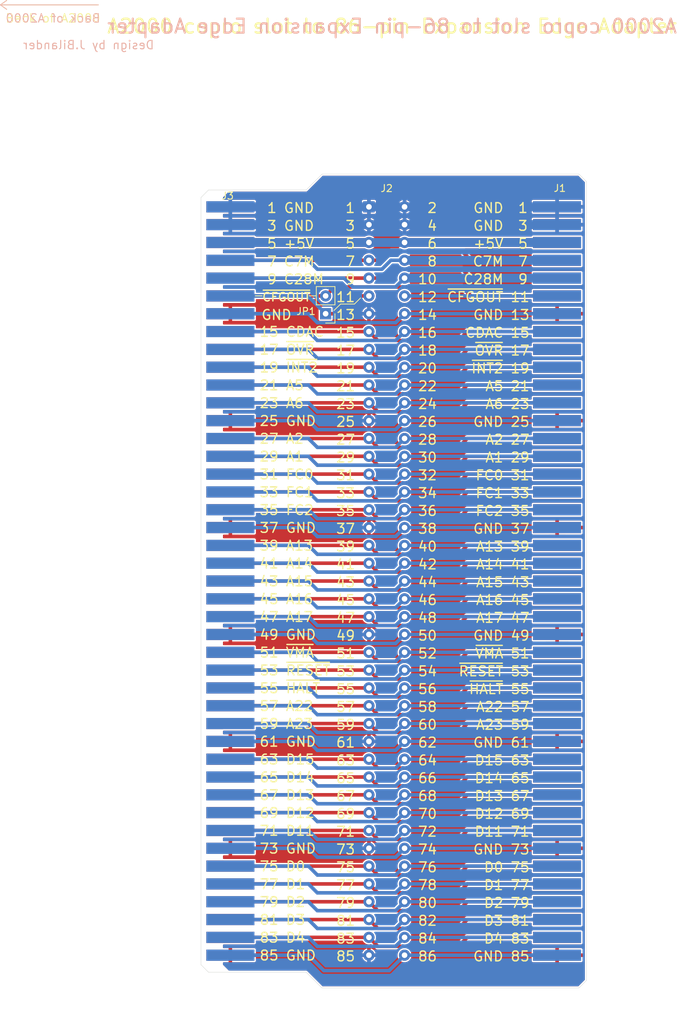
<source format=kicad_pcb>
(kicad_pcb (version 20171130) (host pcbnew "(5.1.6-0)")
  (layers (0 F.Cu signal) (31 B.Cu signal) (34 B.Paste user) (35 F.Paste user) (36 B.SilkS user) (37 F.SilkS user) (38 B.Mask user) (39 F.Mask user) (44 Edge.Cuts user))
  (net 0 "")
  (net 1 GND)
  (net 2 IPL1)
  (net 3 IPL0)
  (net 4 +5VDC)
  (net 5 A12)
  (net 6 A11)
  (net 7 A10)
  (net 8 A9)
  (net 9 A8)
  (net 10 CDAC)
  (net 11 A7)
  (net 12 OVR)
  (net 13 A3)
  (net 14 INT2)
  (net 15 A4)
  (net 16 A5)
  (net 17 INT6)
  (net 18 A6)
  (net 19 BOSS)
  (net 20 XRDY)
  (net 21 A2)
  (net 22 A1)
  (net 23 FC0)
  (net 24 FC1)
  (net 25 +12VDC)
  (net 26 FC2)
  (net 27 A13)
  (net 28 A14)
  (net 29 A15)
  (net 30 A16)
  (net 31 D4)
  (net 32 A17)
  (net 33 D3)
  (net 34 D2)
  (net 35 VMA)
  (net 36 D1)
  (net 37 RST)
  (net 38 D0)
  (net 39 HLT)
  (net 40 A22)
  (net 41 D11)
  (net 42 A23)
  (net 43 D12)
  (net 44 D13)
  (net 45 D15)
  (net 46 D14)
  (net 47 IPL2)
  (net 48 D5)
  (net 49 BERR)
  (net 50 D6)
  (net 51 VPA)
  (net 52 D7)
  (net 53 E)
  (net 54 D8)
  (net 55 A18)
  (net 56 D9)
  (net 57 A19)
  (net 58 D10)
  (net 59 A20)
  (net 60 AS)
  (net 61 A21)
  (net 62 UDS)
  (net 63 BR)
  (net 64 LDS)
  (net 65 BGACK)
  (net 66 RW)
  (net 67 BG)
  (net 68 DTACK)
  (net 69 -12VDC)
  (net 70 CLK7M)
  (net 71 CLK28M)
  (net 72 CCK)
  (net 73 CCKQ)
  (net 74 CFGIN)
  (net 75 "Net-(J2-Pad11)")
  (net 76 CFGOUT)
  (module Connector_PinHeader_2.54mm:PinHeader_1x02_P2.54mm_Vertical (layer F.Cu) (at 116.58 66.81736 180)
    (fp_text reference JP1 (at 2.794 0.34036) (layer F.SilkS))
    (fp_text value Jumper_2_Open hide)
    (pad 1 thru_hole rect (at 0 0 180) (size 1.6 1.6) (drill 0.8) (layers *.Cu *.Mask) (net 75 "Net-(J2-Pad11)"))
    (pad 2 thru_hole oval (at 0 2.54 180) (size 1.6 1.6) (drill 0.8) (layers *.Cu *.Mask) (net 76 CFGOUT))
  )
  (module POC86:DIP-86_even_odd_W5.08mm (layer B.Cu) (at 125.3 104.919 180)
    (fp_text reference J2 (at 0.0078 55.968) (layer F.SilkS))
    (fp_text value Conn_2Rows-86Pins_even_odd hide)
    (pad 66 thru_hole oval (at -2.54 -27.94 180) (size 1.6 1.6) (drill 0.8) (layers *.Cu *.Mask) (net 68 DTACK))
    (pad 64 thru_hole oval (at -2.54 -25.4 180) (size 1.6 1.6) (drill 0.8) (layers *.Cu *.Mask) (net 67 BG))
    (pad 68 thru_hole oval (at -2.54 -30.48 180) (size 1.6 1.6) (drill 0.8) (layers *.Cu *.Mask) (net 66 RW))
    (pad 62 thru_hole oval (at -2.54 -22.86 180) (size 1.6 1.6) (drill 0.8) (layers *.Cu *.Mask) (net 65 BGACK))
    (pad 70 thru_hole oval (at -2.54 -33.02 180) (size 1.6 1.6) (drill 0.8) (layers *.Cu *.Mask) (net 64 LDS))
    (pad 60 thru_hole oval (at -2.54 -20.32 180) (size 1.6 1.6) (drill 0.8) (layers *.Cu *.Mask) (net 63 BR))
    (pad 72 thru_hole oval (at -2.54 -35.56 180) (size 1.6 1.6) (drill 0.8) (layers *.Cu *.Mask) (net 62 UDS))
    (pad 58 thru_hole oval (at -2.54 -17.78 180) (size 1.6 1.6) (drill 0.8) (layers *.Cu *.Mask) (net 61 A21))
    (pad 74 thru_hole oval (at -2.54 -38.1 180) (size 1.6 1.6) (drill 0.8) (layers *.Cu *.Mask) (net 60 AS))
    (pad 56 thru_hole oval (at -2.54 -15.24 180) (size 1.6 1.6) (drill 0.8) (layers *.Cu *.Mask) (net 59 A20))
    (pad 76 thru_hole oval (at -2.54 -40.64 180) (size 1.6 1.6) (drill 0.8) (layers *.Cu *.Mask) (net 58 D10))
    (pad 54 thru_hole oval (at -2.54 -12.7 180) (size 1.6 1.6) (drill 0.8) (layers *.Cu *.Mask) (net 57 A19))
    (pad 78 thru_hole oval (at -2.54 -43.18 180) (size 1.6 1.6) (drill 0.8) (layers *.Cu *.Mask) (net 56 D9))
    (pad 52 thru_hole oval (at -2.54 -10.16 180) (size 1.6 1.6) (drill 0.8) (layers *.Cu *.Mask) (net 55 A18))
    (pad 80 thru_hole oval (at -2.54 -45.72 180) (size 1.6 1.6) (drill 0.8) (layers *.Cu *.Mask) (net 54 D8))
    (pad 50 thru_hole oval (at -2.54 -7.62 180) (size 1.6 1.6) (drill 0.8) (layers *.Cu *.Mask) (net 53 E))
    (pad 82 thru_hole oval (at -2.54 -48.26 180) (size 1.6 1.6) (drill 0.8) (layers *.Cu *.Mask) (net 52 D7))
    (pad 48 thru_hole oval (at -2.54 -5.08 180) (size 1.6 1.6) (drill 0.8) (layers *.Cu *.Mask) (net 51 VPA))
    (pad 84 thru_hole oval (at -2.54 -50.8 180) (size 1.6 1.6) (drill 0.8) (layers *.Cu *.Mask) (net 50 D6))
    (pad 46 thru_hole oval (at -2.54 -2.54 180) (size 1.6 1.6) (drill 0.8) (layers *.Cu *.Mask) (net 49 BERR))
    (pad 86 thru_hole oval (at -2.54 -53.34 180) (size 1.6 1.6) (drill 0.8) (layers *.Cu *.Mask) (net 48 D5))
    (pad 44 thru_hole oval (at -2.54 0 180) (size 1.6 1.6) (drill 0.8) (layers *.Cu *.Mask) (net 47 IPL2))
    (pad 65 thru_hole oval (at 2.54 -27.94 180) (size 1.6 1.6) (drill 0.8) (layers *.Cu *.Mask) (net 46 D14))
    (pad 63 thru_hole oval (at 2.54 -25.4 180) (size 1.6 1.6) (drill 0.8) (layers *.Cu *.Mask) (net 45 D15))
    (pad 67 thru_hole oval (at 2.54 -30.48 180) (size 1.6 1.6) (drill 0.8) (layers *.Cu *.Mask) (net 44 D13))
    (pad 61 thru_hole oval (at 2.54 -22.86 180) (size 1.6 1.6) (drill 0.8) (layers *.Cu *.Mask) (net 1 GND))
    (pad 69 thru_hole oval (at 2.54 -33.02 180) (size 1.6 1.6) (drill 0.8) (layers *.Cu *.Mask) (net 43 D12))
    (pad 59 thru_hole oval (at 2.54 -20.32 180) (size 1.6 1.6) (drill 0.8) (layers *.Cu *.Mask) (net 42 A23))
    (pad 71 thru_hole oval (at 2.54 -35.56 180) (size 1.6 1.6) (drill 0.8) (layers *.Cu *.Mask) (net 41 D11))
    (pad 57 thru_hole oval (at 2.54 -17.78 180) (size 1.6 1.6) (drill 0.8) (layers *.Cu *.Mask) (net 40 A22))
    (pad 73 thru_hole oval (at 2.54 -38.1 180) (size 1.6 1.6) (drill 0.8) (layers *.Cu *.Mask) (net 1 GND))
    (pad 55 thru_hole oval (at 2.54 -15.24 180) (size 1.6 1.6) (drill 0.8) (layers *.Cu *.Mask) (net 39 HLT))
    (pad 75 thru_hole oval (at 2.54 -40.64 180) (size 1.6 1.6) (drill 0.8) (layers *.Cu *.Mask) (net 38 D0))
    (pad 53 thru_hole oval (at 2.54 -12.7 180) (size 1.6 1.6) (drill 0.8) (layers *.Cu *.Mask) (net 37 RST))
    (pad 77 thru_hole oval (at 2.54 -43.18 180) (size 1.6 1.6) (drill 0.8) (layers *.Cu *.Mask) (net 36 D1))
    (pad 51 thru_hole oval (at 2.54 -10.16 180) (size 1.6 1.6) (drill 0.8) (layers *.Cu *.Mask) (net 35 VMA))
    (pad 79 thru_hole oval (at 2.54 -45.72 180) (size 1.6 1.6) (drill 0.8) (layers *.Cu *.Mask) (net 34 D2))
    (pad 49 thru_hole oval (at 2.54 -7.62 180) (size 1.6 1.6) (drill 0.8) (layers *.Cu *.Mask) (net 1 GND))
    (pad 81 thru_hole oval (at 2.54 -48.26 180) (size 1.6 1.6) (drill 0.8) (layers *.Cu *.Mask) (net 33 D3))
    (pad 47 thru_hole oval (at 2.54 -5.08 180) (size 1.6 1.6) (drill 0.8) (layers *.Cu *.Mask) (net 32 A17))
    (pad 83 thru_hole oval (at 2.54 -50.8 180) (size 1.6 1.6) (drill 0.8) (layers *.Cu *.Mask) (net 31 D4))
    (pad 45 thru_hole oval (at 2.54 -2.54 180) (size 1.6 1.6) (drill 0.8) (layers *.Cu *.Mask) (net 30 A16))
    (pad 85 thru_hole oval (at 2.54 -53.34 180) (size 1.6 1.6) (drill 0.8) (layers *.Cu *.Mask) (net 1 GND))
    (pad 43 thru_hole oval (at 2.54 0 180) (size 1.6 1.6) (drill 0.8) (layers *.Cu *.Mask) (net 29 A15))
    (pad 2 thru_hole oval (at -2.54 53.34 180) (size 1.6 1.6) (drill 0.8) (layers *.Cu *.Mask) (net 1 GND))
    (pad 41 thru_hole oval (at 2.54 2.54 180) (size 1.6 1.6) (drill 0.8) (layers *.Cu *.Mask) (net 28 A14))
    (pad 4 thru_hole oval (at -2.54 50.8 180) (size 1.6 1.6) (drill 0.8) (layers *.Cu *.Mask) (net 1 GND))
    (pad 39 thru_hole oval (at 2.54 5.08 180) (size 1.6 1.6) (drill 0.8) (layers *.Cu *.Mask) (net 27 A13))
    (pad 6 thru_hole oval (at -2.54 48.26 180) (size 1.6 1.6) (drill 0.8) (layers *.Cu *.Mask) (net 4 +5VDC))
    (pad 37 thru_hole oval (at 2.54 7.62 180) (size 1.6 1.6) (drill 0.8) (layers *.Cu *.Mask) (net 1 GND))
    (pad 8 thru_hole oval (at -2.54 45.72 180) (size 1.6 1.6) (drill 0.8) (layers *.Cu *.Mask) (net 69 -12VDC))
    (pad 35 thru_hole oval (at 2.54 10.16 180) (size 1.6 1.6) (drill 0.8) (layers *.Cu *.Mask) (net 26 FC2))
    (pad 10 thru_hole oval (at -2.54 43.18 180) (size 1.6 1.6) (drill 0.8) (layers *.Cu *.Mask) (net 25 +12VDC))
    (pad 33 thru_hole oval (at 2.54 12.7 180) (size 1.6 1.6) (drill 0.8) (layers *.Cu *.Mask) (net 24 FC1))
    (pad 12 thru_hole oval (at -2.54 40.64 180) (size 1.6 1.6) (drill 0.8) (layers *.Cu *.Mask) (net 74 CFGIN))
    (pad 31 thru_hole oval (at 2.54 15.24 180) (size 1.6 1.6) (drill 0.8) (layers *.Cu *.Mask) (net 23 FC0))
    (pad 14 thru_hole oval (at -2.54 38.1 180) (size 1.6 1.6) (drill 0.8) (layers *.Cu *.Mask) (net 73 CCKQ))
    (pad 29 thru_hole oval (at 2.54 17.78 180) (size 1.6 1.6) (drill 0.8) (layers *.Cu *.Mask) (net 22 A1))
    (pad 16 thru_hole oval (at -2.54 35.56 180) (size 1.6 1.6) (drill 0.8) (layers *.Cu *.Mask) (net 72 CCK))
    (pad 27 thru_hole oval (at 2.54 20.32 180) (size 1.6 1.6) (drill 0.8) (layers *.Cu *.Mask) (net 21 A2))
    (pad 18 thru_hole oval (at -2.54 33.02 180) (size 1.6 1.6) (drill 0.8) (layers *.Cu *.Mask) (net 20 XRDY))
    (pad 25 thru_hole oval (at 2.54 22.86 180) (size 1.6 1.6) (drill 0.8) (layers *.Cu *.Mask) (net 1 GND))
    (pad 20 thru_hole oval (at -2.54 30.48 180) (size 1.6 1.6) (drill 0.8) (layers *.Cu *.Mask) (net 19 BOSS))
    (pad 23 thru_hole oval (at 2.54 25.4 180) (size 1.6 1.6) (drill 0.8) (layers *.Cu *.Mask) (net 18 A6))
    (pad 22 thru_hole oval (at -2.54 27.94 180) (size 1.6 1.6) (drill 0.8) (layers *.Cu *.Mask) (net 17 INT6))
    (pad 21 thru_hole oval (at 2.54 27.94 180) (size 1.6 1.6) (drill 0.8) (layers *.Cu *.Mask) (net 16 A5))
    (pad 24 thru_hole oval (at -2.54 25.4 180) (size 1.6 1.6) (drill 0.8) (layers *.Cu *.Mask) (net 15 A4))
    (pad 19 thru_hole oval (at 2.54 30.48 180) (size 1.6 1.6) (drill 0.8) (layers *.Cu *.Mask) (net 14 INT2))
    (pad 26 thru_hole oval (at -2.54 22.86 180) (size 1.6 1.6) (drill 0.8) (layers *.Cu *.Mask) (net 13 A3))
    (pad 17 thru_hole oval (at 2.54 33.02 180) (size 1.6 1.6) (drill 0.8) (layers *.Cu *.Mask) (net 12 OVR))
    (pad 28 thru_hole oval (at -2.54 20.32 180) (size 1.6 1.6) (drill 0.8) (layers *.Cu *.Mask) (net 11 A7))
    (pad 15 thru_hole oval (at 2.54 35.56 180) (size 1.6 1.6) (drill 0.8) (layers *.Cu *.Mask) (net 10 CDAC))
    (pad 30 thru_hole oval (at -2.54 17.78 180) (size 1.6 1.6) (drill 0.8) (layers *.Cu *.Mask) (net 9 A8))
    (pad 13 thru_hole oval (at 2.54 38.1 180) (size 1.6 1.6) (drill 0.8) (layers *.Cu *.Mask) (net 1 GND))
    (pad 32 thru_hole oval (at -2.54 15.24 180) (size 1.6 1.6) (drill 0.8) (layers *.Cu *.Mask) (net 8 A9))
    (pad 11 thru_hole oval (at 2.54 40.64 180) (size 1.6 1.6) (drill 0.8) (layers *.Cu *.Mask) (net 75 "Net-(J2-Pad11)"))
    (pad 34 thru_hole oval (at -2.54 12.7 180) (size 1.6 1.6) (drill 0.8) (layers *.Cu *.Mask) (net 7 A10))
    (pad 9 thru_hole oval (at 2.54 43.18 180) (size 1.6 1.6) (drill 0.8) (layers *.Cu *.Mask) (net 71 CLK28M))
    (pad 36 thru_hole oval (at -2.54 10.16 180) (size 1.6 1.6) (drill 0.8) (layers *.Cu *.Mask) (net 6 A11))
    (pad 7 thru_hole oval (at 2.54 45.72 180) (size 1.6 1.6) (drill 0.8) (layers *.Cu *.Mask) (net 70 CLK7M))
    (pad 38 thru_hole oval (at -2.54 7.62 180) (size 1.6 1.6) (drill 0.8) (layers *.Cu *.Mask) (net 5 A12))
    (pad 5 thru_hole oval (at 2.54 48.26 180) (size 1.6 1.6) (drill 0.8) (layers *.Cu *.Mask) (net 4 +5VDC))
    (pad 40 thru_hole oval (at -2.54 5.08 180) (size 1.6 1.6) (drill 0.8) (layers *.Cu *.Mask) (net 3 IPL0))
    (pad 3 thru_hole oval (at 2.54 50.8 180) (size 1.6 1.6) (drill 0.8) (layers *.Cu *.Mask) (net 1 GND))
    (pad 42 thru_hole oval (at -2.54 2.54 180) (size 1.6 1.6) (drill 0.8) (layers *.Cu *.Mask) (net 2 IPL1))
    (pad 1 thru_hole rect (at 2.54 53.34 180) (size 1.6 1.6) (drill 0.8) (layers *.Cu *.Mask) (net 1 GND))
  )
  (module POC86:A500_86pin_Edge_Connector (layer F.Cu) (at 102.61 104.919 270)
    (fp_text reference J3 (at -54.9012 0) (layer F.SilkS))
    (fp_text value Conn_2Rows-86Pins_even_odd hide)
    (pad 1 connect rect (at -53.34 -0.381 270) (size 1.6 6.86) (layers F.Cu F.Mask) (net 1 GND))
    (pad 3 connect rect (at -50.8 -0.381 270) (size 1.6 6.86) (layers F.Cu F.Mask) (net 1 GND))
    (pad 5 connect rect (at -48.26 -0.381 270) (size 1.6 6.86) (layers F.Cu F.Mask) (net 4 +5VDC))
    (pad 7 connect rect (at -45.72 -0.381 270) (size 1.6 6.86) (layers F.Cu F.Mask) (net 70 CLK7M))
    (pad 9 connect rect (at -43.18 -0.381 270) (size 1.6 6.86) (layers F.Cu F.Mask) (net 71 CLK28M))
    (pad 11 connect rect (at -40.64 -0.381 270) (size 1.6 6.86) (layers F.Cu F.Mask) (net 76 CFGOUT))
    (pad 13 connect rect (at -38.1 -0.381 270) (size 1.6 6.86) (layers F.Cu F.Mask) (net 1 GND))
    (pad 15 connect rect (at -35.56 -0.381 270) (size 1.6 6.86) (layers F.Cu F.Mask) (net 10 CDAC))
    (pad 17 connect rect (at -33.02 -0.381 270) (size 1.6 6.86) (layers F.Cu F.Mask) (net 12 OVR))
    (pad 19 connect rect (at -30.48 -0.381 270) (size 1.6 6.86) (layers F.Cu F.Mask) (net 14 INT2))
    (pad 21 connect rect (at -27.94 -0.381 270) (size 1.6 6.86) (layers F.Cu F.Mask) (net 16 A5))
    (pad 23 connect rect (at -25.4 -0.381 270) (size 1.6 6.86) (layers F.Cu F.Mask) (net 18 A6))
    (pad 25 connect rect (at -22.86 -0.381 270) (size 1.6 6.86) (layers F.Cu F.Mask) (net 1 GND))
    (pad 27 connect rect (at -20.32 -0.381 270) (size 1.6 6.86) (layers F.Cu F.Mask) (net 21 A2))
    (pad 29 connect rect (at -17.78 -0.381 270) (size 1.6 6.86) (layers F.Cu F.Mask) (net 22 A1))
    (pad 31 connect rect (at -15.24 -0.381 270) (size 1.6 6.86) (layers F.Cu F.Mask) (net 23 FC0))
    (pad 33 connect rect (at -12.7 -0.381 270) (size 1.6 6.86) (layers F.Cu F.Mask) (net 24 FC1))
    (pad 35 connect rect (at -10.16 -0.381 270) (size 1.6 6.86) (layers F.Cu F.Mask) (net 26 FC2))
    (pad 2 connect rect (at -53.34 -0.381 270) (size 1.6 6.86) (layers B.Cu B.Mask) (net 1 GND))
    (pad 4 connect rect (at -50.8 -0.381 270) (size 1.6 6.86) (layers B.Cu B.Mask) (net 1 GND))
    (pad 6 connect rect (at -48.26 -0.381 270) (size 1.6 6.86) (layers B.Cu B.Mask) (net 4 +5VDC))
    (pad 8 connect rect (at -45.72 -0.381 270) (size 1.6 6.86) (layers B.Cu B.Mask) (net 69 -12VDC))
    (pad 10 connect rect (at -43.18 -0.381 270) (size 1.6 6.86) (layers B.Cu B.Mask) (net 25 +12VDC))
    (pad 12 connect rect (at -40.64 -0.381 270) (size 1.6 6.86) (layers B.Cu B.Mask) (net 75 "Net-(J2-Pad11)"))
    (pad 14 connect rect (at -38.1 -0.381 270) (size 1.6 6.86) (layers B.Cu B.Mask) (net 73 CCKQ))
    (pad 16 connect rect (at -35.56 -0.381 270) (size 1.6 6.86) (layers B.Cu B.Mask) (net 72 CCK))
    (pad 18 connect rect (at -33.02 -0.381 270) (size 1.6 6.86) (layers B.Cu B.Mask) (net 20 XRDY))
    (pad 20 connect rect (at -30.48 -0.381 270) (size 1.6 6.86) (layers B.Cu B.Mask) (net 19 BOSS))
    (pad 22 connect rect (at -27.94 -0.381 270) (size 1.6 6.86) (layers B.Cu B.Mask) (net 17 INT6))
    (pad 24 connect rect (at -25.4 -0.381 270) (size 1.6 6.86) (layers B.Cu B.Mask) (net 15 A4))
    (pad 26 connect rect (at -22.86 -0.381 270) (size 1.6 6.86) (layers B.Cu B.Mask) (net 13 A3))
    (pad 28 connect rect (at -20.32 -0.381 270) (size 1.6 6.86) (layers B.Cu B.Mask) (net 11 A7))
    (pad 30 connect rect (at -17.78 -0.381 270) (size 1.6 6.86) (layers B.Cu B.Mask) (net 9 A8))
    (pad 32 connect rect (at -15.24 -0.381 270) (size 1.6 6.86) (layers B.Cu B.Mask) (net 8 A9))
    (pad 34 connect rect (at -12.7 -0.381 270) (size 1.6 6.86) (layers B.Cu B.Mask) (net 7 A10))
    (pad 36 connect rect (at -10.16 -0.381 270) (size 1.6 6.86) (layers B.Cu B.Mask) (net 6 A11))
    (pad 37 connect rect (at -7.62 -0.381 270) (size 1.6 6.86) (layers F.Cu F.Mask) (net 1 GND))
    (pad 39 connect rect (at -5.08 -0.381 270) (size 1.6 6.86) (layers F.Cu F.Mask) (net 27 A13))
    (pad 41 connect rect (at -2.54 -0.381 270) (size 1.6 6.86) (layers F.Cu F.Mask) (net 28 A14))
    (pad 43 connect rect (at 0 -0.381 270) (size 1.6 6.86) (layers F.Cu F.Mask) (net 29 A15))
    (pad 45 connect rect (at 2.54 -0.381 270) (size 1.6 6.86) (layers F.Cu F.Mask) (net 30 A16))
    (pad 47 connect rect (at 5.08 -0.381 270) (size 1.6 6.86) (layers F.Cu F.Mask) (net 32 A17))
    (pad 49 connect rect (at 7.62 -0.381 270) (size 1.6 6.86) (layers F.Cu F.Mask) (net 1 GND))
    (pad 51 connect rect (at 10.16 -0.381 270) (size 1.6 6.86) (layers F.Cu F.Mask) (net 35 VMA))
    (pad 53 connect rect (at 12.7 -0.381 270) (size 1.6 6.86) (layers F.Cu F.Mask) (net 37 RST))
    (pad 55 connect rect (at 15.24 -0.381 270) (size 1.6 6.86) (layers F.Cu F.Mask) (net 39 HLT))
    (pad 57 connect rect (at 17.78 -0.381 270) (size 1.6 6.86) (layers F.Cu F.Mask) (net 40 A22))
    (pad 59 connect rect (at 20.32 -0.381 270) (size 1.6 6.86) (layers F.Cu F.Mask) (net 42 A23))
    (pad 61 connect rect (at 22.86 -0.381 270) (size 1.6 6.86) (layers F.Cu F.Mask) (net 1 GND))
    (pad 63 connect rect (at 25.4 -0.381 270) (size 1.6 6.86) (layers F.Cu F.Mask) (net 45 D15))
    (pad 65 connect rect (at 27.94 -0.381 270) (size 1.6 6.86) (layers F.Cu F.Mask) (net 46 D14))
    (pad 67 connect rect (at 30.48 -0.381 270) (size 1.6 6.86) (layers F.Cu F.Mask) (net 44 D13))
    (pad 69 connect rect (at 33.02 -0.381 270) (size 1.6 6.86) (layers F.Cu F.Mask) (net 43 D12))
    (pad 71 connect rect (at 35.56 -0.381 270) (size 1.6 6.86) (layers F.Cu F.Mask) (net 41 D11))
    (pad 73 connect rect (at 38.1 -0.381 270) (size 1.6 6.86) (layers F.Cu F.Mask) (net 1 GND))
    (pad 75 connect rect (at 40.64 -0.381 270) (size 1.6 6.86) (layers F.Cu F.Mask) (net 38 D0))
    (pad 77 connect rect (at 43.18 -0.381 270) (size 1.6 6.86) (layers F.Cu F.Mask) (net 36 D1))
    (pad 79 connect rect (at 45.72 -0.381 270) (size 1.6 6.86) (layers F.Cu F.Mask) (net 34 D2))
    (pad 81 connect rect (at 48.26 -0.381 270) (size 1.6 6.86) (layers F.Cu F.Mask) (net 33 D3))
    (pad 83 connect rect (at 50.8 -0.381 270) (size 1.6 6.86) (layers F.Cu F.Mask) (net 31 D4))
    (pad 85 connect rect (at 53.34 -0.381 270) (size 1.6 6.86) (layers F.Cu F.Mask) (net 1 GND))
    (pad 38 connect rect (at -7.62 -0.381 270) (size 1.6 6.86) (layers B.Cu B.Mask) (net 5 A12))
    (pad 40 connect rect (at -5.08 -0.381 270) (size 1.6 6.86) (layers B.Cu B.Mask) (net 3 IPL0))
    (pad 42 connect rect (at -2.54 -0.381 270) (size 1.6 6.86) (layers B.Cu B.Mask) (net 2 IPL1))
    (pad 44 connect rect (at 0 -0.381 270) (size 1.6 6.86) (layers B.Cu B.Mask) (net 47 IPL2))
    (pad 46 connect rect (at 2.54 -0.381 270) (size 1.6 6.86) (layers B.Cu B.Mask) (net 49 BERR))
    (pad 48 connect rect (at 5.08 -0.381 270) (size 1.6 6.86) (layers B.Cu B.Mask) (net 51 VPA))
    (pad 50 connect rect (at 7.62 -0.381 270) (size 1.6 6.86) (layers B.Cu B.Mask) (net 53 E))
    (pad 52 connect rect (at 10.16 -0.381 270) (size 1.6 6.86) (layers B.Cu B.Mask) (net 55 A18))
    (pad 54 connect rect (at 12.7 -0.381 270) (size 1.6 6.86) (layers B.Cu B.Mask) (net 57 A19))
    (pad 56 connect rect (at 15.24 -0.381 270) (size 1.6 6.86) (layers B.Cu B.Mask) (net 59 A20))
    (pad 58 connect rect (at 17.78 -0.381 270) (size 1.6 6.86) (layers B.Cu B.Mask) (net 61 A21))
    (pad 60 connect rect (at 20.32 -0.381 270) (size 1.6 6.86) (layers B.Cu B.Mask) (net 63 BR))
    (pad 62 connect rect (at 22.86 -0.381 270) (size 1.6 6.86) (layers B.Cu B.Mask) (net 65 BGACK))
    (pad 64 connect rect (at 25.4 -0.381 270) (size 1.6 6.86) (layers B.Cu B.Mask) (net 67 BG))
    (pad 66 connect rect (at 27.94 -0.381 270) (size 1.6 6.86) (layers B.Cu B.Mask) (net 68 DTACK))
    (pad 68 connect rect (at 30.48 -0.381 270) (size 1.6 6.86) (layers B.Cu B.Mask) (net 66 RW))
    (pad 70 connect rect (at 33.02 -0.381 270) (size 1.6 6.86) (layers B.Cu B.Mask) (net 64 LDS))
    (pad 72 connect rect (at 35.56 -0.381 270) (size 1.6 6.86) (layers B.Cu B.Mask) (net 62 UDS))
    (pad 74 connect rect (at 38.1 -0.381 270) (size 1.6 6.86) (layers B.Cu B.Mask) (net 60 AS))
    (pad 76 connect rect (at 40.64 -0.381 270) (size 1.6 6.86) (layers B.Cu B.Mask) (net 58 D10))
    (pad 78 connect rect (at 43.18 -0.381 270) (size 1.6 6.86) (layers B.Cu B.Mask) (net 56 D9))
    (pad 80 connect rect (at 45.72 -0.381 270) (size 1.6 6.86) (layers B.Cu B.Mask) (net 54 D8))
    (pad 82 connect rect (at 48.26 -0.381 270) (size 1.6 6.86) (layers B.Cu B.Mask) (net 52 D7))
    (pad 84 connect rect (at 50.8 -0.381 270) (size 1.6 6.86) (layers B.Cu B.Mask) (net 50 D6))
    (pad 86 connect rect (at 53.34 -0.381 270) (size 1.6 6.86) (layers B.Cu B.Mask) (net 48 D5))
  )
  (module POC86:A500_Mirrored_86pin_Edge (layer F.Cu) (at 149.9898 104.919 90)
    (fp_text reference J1 (at 55.9934 0.0039 180) (layer F.SilkS))
    (fp_text value Conn_2Rows-86Pins_even_odd)
    (pad 85 connect rect (at -53.34 -0.381 90) (size 1.6 6.86) (layers F.Cu F.Mask) (net 1 GND))
    (pad 83 connect rect (at -50.8 -0.381 90) (size 1.6 6.86) (layers F.Cu F.Mask) (net 31 D4))
    (pad 81 connect rect (at -48.26 -0.381 90) (size 1.6 6.86) (layers F.Cu F.Mask) (net 33 D3))
    (pad 79 connect rect (at -45.72 -0.381 90) (size 1.6 6.86) (layers F.Cu F.Mask) (net 34 D2))
    (pad 77 connect rect (at -43.18 -0.381 90) (size 1.6 6.86) (layers F.Cu F.Mask) (net 36 D1))
    (pad 75 connect rect (at -40.64 -0.381 90) (size 1.6 6.86) (layers F.Cu F.Mask) (net 38 D0))
    (pad 73 connect rect (at -38.1 -0.381 90) (size 1.6 6.86) (layers F.Cu F.Mask) (net 1 GND))
    (pad 71 connect rect (at -35.56 -0.381 90) (size 1.6 6.86) (layers F.Cu F.Mask) (net 41 D11))
    (pad 69 connect rect (at -33.02 -0.381 90) (size 1.6 6.86) (layers F.Cu F.Mask) (net 43 D12))
    (pad 67 connect rect (at -30.48 -0.381 90) (size 1.6 6.86) (layers F.Cu F.Mask) (net 44 D13))
    (pad 65 connect rect (at -27.94 -0.381 90) (size 1.6 6.86) (layers F.Cu F.Mask) (net 46 D14))
    (pad 63 connect rect (at -25.4 -0.381 90) (size 1.6 6.86) (layers F.Cu F.Mask) (net 45 D15))
    (pad 61 connect rect (at -22.86 -0.381 90) (size 1.6 6.86) (layers F.Cu F.Mask) (net 1 GND))
    (pad 59 connect rect (at -20.32 -0.381 90) (size 1.6 6.86) (layers F.Cu F.Mask) (net 42 A23))
    (pad 57 connect rect (at -17.78 -0.381 90) (size 1.6 6.86) (layers F.Cu F.Mask) (net 40 A22))
    (pad 55 connect rect (at -15.24 -0.381 90) (size 1.6 6.86) (layers F.Cu F.Mask) (net 39 HLT))
    (pad 53 connect rect (at -12.7 -0.381 90) (size 1.6 6.86) (layers F.Cu F.Mask) (net 37 RST))
    (pad 51 connect rect (at -10.16 -0.381 90) (size 1.6 6.86) (layers F.Cu F.Mask) (net 35 VMA))
    (pad 86 connect rect (at -53.34 -0.381 90) (size 1.6 6.86) (layers B.Cu B.Mask) (net 48 D5))
    (pad 84 connect rect (at -50.8 -0.381 90) (size 1.6 6.86) (layers B.Cu B.Mask) (net 50 D6))
    (pad 82 connect rect (at -48.26 -0.381 90) (size 1.6 6.86) (layers B.Cu B.Mask) (net 52 D7))
    (pad 80 connect rect (at -45.72 -0.381 90) (size 1.6 6.86) (layers B.Cu B.Mask) (net 54 D8))
    (pad 78 connect rect (at -43.18 -0.381 90) (size 1.6 6.86) (layers B.Cu B.Mask) (net 56 D9))
    (pad 76 connect rect (at -40.64 -0.381 90) (size 1.6 6.86) (layers B.Cu B.Mask) (net 58 D10))
    (pad 74 connect rect (at -38.1 -0.381 90) (size 1.6 6.86) (layers B.Cu B.Mask) (net 60 AS))
    (pad 72 connect rect (at -35.56 -0.381 90) (size 1.6 6.86) (layers B.Cu B.Mask) (net 62 UDS))
    (pad 70 connect rect (at -33.02 -0.381 90) (size 1.6 6.86) (layers B.Cu B.Mask) (net 64 LDS))
    (pad 68 connect rect (at -30.48 -0.381 90) (size 1.6 6.86) (layers B.Cu B.Mask) (net 66 RW))
    (pad 66 connect rect (at -27.94 -0.381 90) (size 1.6 6.86) (layers B.Cu B.Mask) (net 68 DTACK))
    (pad 64 connect rect (at -25.4 -0.381 90) (size 1.6 6.86) (layers B.Cu B.Mask) (net 67 BG))
    (pad 62 connect rect (at -22.86 -0.381 90) (size 1.6 6.86) (layers B.Cu B.Mask) (net 65 BGACK))
    (pad 60 connect rect (at -20.32 -0.381 90) (size 1.6 6.86) (layers B.Cu B.Mask) (net 63 BR))
    (pad 58 connect rect (at -17.78 -0.381 90) (size 1.6 6.86) (layers B.Cu B.Mask) (net 61 A21))
    (pad 56 connect rect (at -15.24 -0.381 90) (size 1.6 6.86) (layers B.Cu B.Mask) (net 59 A20))
    (pad 54 connect rect (at -12.7 -0.381 90) (size 1.6 6.86) (layers B.Cu B.Mask) (net 57 A19))
    (pad 52 connect rect (at -10.16 -0.381 90) (size 1.6 6.86) (layers B.Cu B.Mask) (net 55 A18))
    (pad 49 connect rect (at -7.62 -0.381 90) (size 1.6 6.86) (layers F.Cu F.Mask) (net 1 GND))
    (pad 47 connect rect (at -5.08 -0.381 90) (size 1.6 6.86) (layers F.Cu F.Mask) (net 32 A17))
    (pad 45 connect rect (at -2.54 -0.381 90) (size 1.6 6.86) (layers F.Cu F.Mask) (net 30 A16))
    (pad 43 connect rect (at 0 -0.381 90) (size 1.6 6.86) (layers F.Cu F.Mask) (net 29 A15))
    (pad 41 connect rect (at 2.54 -0.381 90) (size 1.6 6.86) (layers F.Cu F.Mask) (net 28 A14))
    (pad 39 connect rect (at 5.08 -0.381 90) (size 1.6 6.86) (layers F.Cu F.Mask) (net 27 A13))
    (pad 37 connect rect (at 7.62 -0.381 90) (size 1.6 6.86) (layers F.Cu F.Mask) (net 1 GND))
    (pad 35 connect rect (at 10.16 -0.381 90) (size 1.6 6.86) (layers F.Cu F.Mask) (net 26 FC2))
    (pad 33 connect rect (at 12.7 -0.381 90) (size 1.6 6.86) (layers F.Cu F.Mask) (net 24 FC1))
    (pad 31 connect rect (at 15.24 -0.381 90) (size 1.6 6.86) (layers F.Cu F.Mask) (net 23 FC0))
    (pad 29 connect rect (at 17.78 -0.381 90) (size 1.6 6.86) (layers F.Cu F.Mask) (net 22 A1))
    (pad 27 connect rect (at 20.32 -0.381 90) (size 1.6 6.86) (layers F.Cu F.Mask) (net 21 A2))
    (pad 25 connect rect (at 22.86 -0.381 90) (size 1.6 6.86) (layers F.Cu F.Mask) (net 1 GND))
    (pad 23 connect rect (at 25.4 -0.381 90) (size 1.6 6.86) (layers F.Cu F.Mask) (net 18 A6))
    (pad 21 connect rect (at 27.94 -0.381 90) (size 1.6 6.86) (layers F.Cu F.Mask) (net 16 A5))
    (pad 19 connect rect (at 30.48 -0.381 90) (size 1.6 6.86) (layers F.Cu F.Mask) (net 14 INT2))
    (pad 17 connect rect (at 33.02 -0.381 90) (size 1.6 6.86) (layers F.Cu F.Mask) (net 12 OVR))
    (pad 15 connect rect (at 35.56 -0.381 90) (size 1.6 6.86) (layers F.Cu F.Mask) (net 10 CDAC))
    (pad 13 connect rect (at 38.1 -0.381 90) (size 1.6 6.86) (layers F.Cu F.Mask) (net 1 GND))
    (pad 11 connect rect (at 40.64 -0.381 90) (size 1.6 6.86) (layers F.Cu F.Mask) (net 76 CFGOUT))
    (pad 9 connect rect (at 43.18 -0.381 90) (size 1.6 6.86) (layers F.Cu F.Mask) (net 71 CLK28M))
    (pad 7 connect rect (at 45.72 -0.381 90) (size 1.6 6.86) (layers F.Cu F.Mask) (net 70 CLK7M))
    (pad 5 connect rect (at 48.26 -0.381 90) (size 1.6 6.86) (layers F.Cu F.Mask) (net 4 +5VDC))
    (pad 3 connect rect (at 50.8 -0.381 90) (size 1.6 6.86) (layers F.Cu F.Mask) (net 1 GND))
    (pad 1 connect rect (at 53.34 -0.381 90) (size 1.6 6.86) (layers F.Cu F.Mask) (net 1 GND))
    (pad 50 connect rect (at -7.62 -0.381 90) (size 1.6 6.86) (layers B.Cu B.Mask) (net 53 E))
    (pad 48 connect rect (at -5.08 -0.381 90) (size 1.6 6.86) (layers B.Cu B.Mask) (net 51 VPA))
    (pad 46 connect rect (at -2.54 -0.381 90) (size 1.6 6.86) (layers B.Cu B.Mask) (net 49 BERR))
    (pad 44 connect rect (at 0 -0.381 90) (size 1.6 6.86) (layers B.Cu B.Mask) (net 47 IPL2))
    (pad 42 connect rect (at 2.54 -0.381 90) (size 1.6 6.86) (layers B.Cu B.Mask) (net 2 IPL1))
    (pad 40 connect rect (at 5.08 -0.381 90) (size 1.6 6.86) (layers B.Cu B.Mask) (net 3 IPL0))
    (pad 38 connect rect (at 7.62 -0.381 90) (size 1.6 6.86) (layers B.Cu B.Mask) (net 5 A12))
    (pad 36 connect rect (at 10.16 -0.381 90) (size 1.6 6.86) (layers B.Cu B.Mask) (net 6 A11))
    (pad 34 connect rect (at 12.7 -0.381 90) (size 1.6 6.86) (layers B.Cu B.Mask) (net 7 A10))
    (pad 32 connect rect (at 15.24 -0.381 90) (size 1.6 6.86) (layers B.Cu B.Mask) (net 8 A9))
    (pad 30 connect rect (at 17.78 -0.381 90) (size 1.6 6.86) (layers B.Cu B.Mask) (net 9 A8))
    (pad 28 connect rect (at 20.32 -0.381 90) (size 1.6 6.86) (layers B.Cu B.Mask) (net 11 A7))
    (pad 26 connect rect (at 22.86 -0.381 90) (size 1.6 6.86) (layers B.Cu B.Mask) (net 13 A3))
    (pad 24 connect rect (at 25.4 -0.381 90) (size 1.6 6.86) (layers B.Cu B.Mask) (net 15 A4))
    (pad 22 connect rect (at 27.94 -0.381 90) (size 1.6 6.86) (layers B.Cu B.Mask) (net 17 INT6))
    (pad 20 connect rect (at 30.48 -0.381 90) (size 1.6 6.86) (layers B.Cu B.Mask) (net 19 BOSS))
    (pad 18 connect rect (at 33.02 -0.381 90) (size 1.6 6.86) (layers B.Cu B.Mask) (net 20 XRDY))
    (pad 16 connect rect (at 35.56 -0.381 90) (size 1.6 6.86) (layers B.Cu B.Mask) (net 72 CCK))
    (pad 14 connect rect (at 38.1 -0.381 90) (size 1.6 6.86) (layers B.Cu B.Mask) (net 73 CCKQ))
    (pad 12 connect rect (at 40.64 -0.381 90) (size 1.6 6.86) (layers B.Cu B.Mask) (net 74 CFGIN))
    (pad 10 connect rect (at 43.18 -0.381 90) (size 1.6 6.86) (layers B.Cu B.Mask) (net 25 +12VDC))
    (pad 8 connect rect (at 45.72 -0.381 90) (size 1.6 6.86) (layers B.Cu B.Mask) (net 69 -12VDC))
    (pad 6 connect rect (at 48.26 -0.381 90) (size 1.6 6.86) (layers B.Cu B.Mask) (net 4 +5VDC))
    (pad 4 connect rect (at 50.8 -0.381 90) (size 1.6 6.86) (layers B.Cu B.Mask) (net 1 GND))
    (pad 2 connect rect (at 53.34 -0.381 90) (size 1.6 6.86) (layers B.Cu B.Mask) (net 1 GND))
  )
  (gr_text "85 GND" (at 107.055 158.298) (layer F.SilkS) (effects (font (size 1.4 1.4) (thickness 0.2)) (justify left)))
  (gr_text "83 D4" (at 107.055 155.758) (layer F.SilkS) (effects (font (size 1.4 1.4) (thickness 0.2)) (justify left)))
  (gr_text "81 D3" (at 107.055 153.218) (layer F.SilkS) (effects (font (size 1.4 1.4) (thickness 0.2)) (justify left)))
  (gr_text "79 D2" (at 107.055 150.678) (layer F.SilkS) (effects (font (size 1.4 1.4) (thickness 0.2)) (justify left)))
  (gr_text "77 D1" (at 107.055 148.138) (layer F.SilkS) (effects (font (size 1.4 1.4) (thickness 0.2)) (justify left)))
  (gr_text "75 D0" (at 107.055 145.598) (layer F.SilkS) (effects (font (size 1.4 1.4) (thickness 0.2)) (justify left)))
  (gr_text "73 GND" (at 107.055 143.058) (layer F.SilkS) (effects (font (size 1.4 1.4) (thickness 0.2)) (justify left)))
  (gr_text "71 D11" (at 107.055 140.518) (layer F.SilkS) (effects (font (size 1.4 1.4) (thickness 0.2)) (justify left)))
  (gr_text "69 D12" (at 107.055 137.978) (layer F.SilkS) (effects (font (size 1.4 1.4) (thickness 0.2)) (justify left)))
  (gr_text "67 D13" (at 107.055 135.438) (layer F.SilkS) (effects (font (size 1.4 1.4) (thickness 0.2)) (justify left)))
  (gr_text "65 D14" (at 107.055 132.898) (layer F.SilkS) (effects (font (size 1.4 1.4) (thickness 0.2)) (justify left)))
  (gr_text "63 D15" (at 107.055 130.358) (layer F.SilkS) (effects (font (size 1.4 1.4) (thickness 0.2)) (justify left)))
  (gr_text "61 GND" (at 107.055 127.818) (layer F.SilkS) (effects (font (size 1.4 1.4) (thickness 0.2)) (justify left)))
  (gr_text "59 A23" (at 107.055 125.278) (layer F.SilkS) (effects (font (size 1.4 1.4) (thickness 0.2)) (justify left)))
  (gr_text "57 A22" (at 107.055 122.738) (layer F.SilkS) (effects (font (size 1.4 1.4) (thickness 0.2)) (justify left)))
  (gr_text "55 ~HALT" (at 107.055 120.198) (layer F.SilkS) (effects (font (size 1.4 1.4) (thickness 0.2)) (justify left)))
  (gr_text "53 ~RESET" (at 107.055 117.658) (layer F.SilkS) (effects (font (size 1.4 1.4) (thickness 0.2)) (justify left)))
  (gr_text "51 ~VMA" (at 107.055 115.118) (layer F.SilkS) (effects (font (size 1.4 1.4) (thickness 0.2)) (justify left)))
  (gr_text "49 GND" (at 107.055 112.578) (layer F.SilkS) (effects (font (size 1.4 1.4) (thickness 0.2)) (justify left)))
  (gr_text "47 A17" (at 107.055 110.038) (layer F.SilkS) (effects (font (size 1.4 1.4) (thickness 0.2)) (justify left)))
  (gr_text "45 A16" (at 107.055 107.498) (layer F.SilkS) (effects (font (size 1.4 1.4) (thickness 0.2)) (justify left)))
  (gr_text "43 A15" (at 107.055 104.958) (layer F.SilkS) (effects (font (size 1.4 1.4) (thickness 0.2)) (justify left)))
  (gr_text "41 A14" (at 107.055 102.418) (layer F.SilkS) (effects (font (size 1.4 1.4) (thickness 0.2)) (justify left)))
  (gr_text "39 A13" (at 107.055 99.878) (layer F.SilkS) (effects (font (size 1.4 1.4) (thickness 0.2)) (justify left)))
  (gr_text "37 GND" (at 107.055 97.338) (layer F.SilkS) (effects (font (size 1.4 1.4) (thickness 0.2)) (justify left)))
  (gr_text "35 FC2" (at 107.055 94.798) (layer F.SilkS) (effects (font (size 1.4 1.4) (thickness 0.2)) (justify left)))
  (gr_text "33 FC1" (at 107.055 92.258) (layer F.SilkS) (effects (font (size 1.4 1.4) (thickness 0.2)) (justify left)))
  (gr_text "31 FC0" (at 107.055 89.718) (layer F.SilkS) (effects (font (size 1.4 1.4) (thickness 0.2)) (justify left)))
  (gr_text "29 A1" (at 107.055 87.178) (layer F.SilkS) (effects (font (size 1.4 1.4) (thickness 0.2)) (justify left)))
  (gr_text "27 A2" (at 107.055 84.638) (layer F.SilkS) (effects (font (size 1.4 1.4) (thickness 0.2)) (justify left)))
  (gr_text "25 GND" (at 107.055 82.098) (layer F.SilkS) (effects (font (size 1.4 1.4) (thickness 0.2)) (justify left)))
  (gr_text "23 A6" (at 107.055 79.558) (layer F.SilkS) (effects (font (size 1.4 1.4) (thickness 0.2)) (justify left)))
  (gr_text "21 A5" (at 107.055 77.018) (layer F.SilkS) (effects (font (size 1.4 1.4) (thickness 0.2)) (justify left)))
  (gr_text "19 ~INT2" (at 107.055 74.478) (layer F.SilkS) (effects (font (size 1.4 1.4) (thickness 0.2)) (justify left)))
  (gr_text "17 ~OVR" (at 107.055 71.938) (layer F.SilkS) (effects (font (size 1.4 1.4) (thickness 0.2)) (justify left)))
  (gr_text "15 CDAC" (at 107.055 69.398) (layer F.SilkS) (effects (font (size 1.4 1.4) (thickness 0.2)) (justify left)))
  (gr_text GND (at 107.309 66.985) (layer F.SilkS) (effects (font (size 1.4 1.4) (thickness 0.2)) (justify left)))
  (gr_text " 9 C28M" (at 107.055 61.905) (layer F.SilkS) (effects (font (size 1.4 1.4) (thickness 0.2)) (justify left)))
  (gr_text " 7 C7M" (at 107.055 59.365) (layer F.SilkS) (effects (font (size 1.4 1.4) (thickness 0.2)) (justify left)))
  (gr_text " 5 +5V" (at 107.055 56.825) (layer F.SilkS) (effects (font (size 1.4 1.4) (thickness 0.2)) (justify left)))
  (gr_text " 3 GND" (at 107.055 54.285) (layer F.SilkS) (effects (font (size 1.4 1.4) (thickness 0.2)) (justify left)))
  (gr_text " 1 GND" (at 107.055 51.745) (layer F.SilkS) (effects (font (size 1.4 1.4) (thickness 0.2)) (justify left)))
  (gr_line (start 120.6948 65.4356) (end 121.5584 64.572) (layer F.SilkS) (width 0.12))
  (gr_line (start 107.5122 64.2672) (end 106.547 64.2672) (layer F.SilkS) (width 0.12))
  (gr_line (start 114.2686 64.2672) (end 115.2338 64.2672) (layer F.SilkS) (width 0.12))
  (gr_line (start 118.7136 65.4356) (end 120.6948 65.4356) (layer F.SilkS) (width 0.12))
  (gr_line (start 117.7738 66.35) (end 118.7136 65.4356) (layer F.SilkS) (width 0.12))
  (gr_text 1 (at 120.898 51.745) (layer F.SilkS) (effects (font (size 1.4 1.4) (thickness 0.2)) (justify right)))
  (gr_text 3 (at 120.898 54.285) (layer F.SilkS) (effects (font (size 1.4 1.4) (thickness 0.2)) (justify right)))
  (gr_text 5 (at 120.898 56.825) (layer F.SilkS) (effects (font (size 1.4 1.4) (thickness 0.2)) (justify right)))
  (gr_text 7 (at 120.898 59.365) (layer F.SilkS) (effects (font (size 1.4 1.4) (thickness 0.2)) (justify right)))
  (gr_text 9 (at 120.898 61.905) (layer F.SilkS) (effects (font (size 1.4 1.4) (thickness 0.2)) (justify right)))
  (gr_text 11 (at 120.898 64.445) (layer F.SilkS) (effects (font (size 1.4 1.4) (thickness 0.2)) (justify right)))
  (gr_text ~CFGOUT~ (at 107.436 64.445) (layer F.SilkS) (effects (font (size 1.2 1.2) (thickness 0.2)) (justify left)))
  (gr_text 13 (at 120.898 66.985) (layer F.SilkS) (effects (font (size 1.4 1.4) (thickness 0.2)) (justify right)))
  (gr_text 15 (at 120.898 69.525) (layer F.SilkS) (effects (font (size 1.4 1.4) (thickness 0.2)) (justify right)))
  (gr_text 17 (at 120.898 72.065) (layer F.SilkS) (effects (font (size 1.4 1.4) (thickness 0.2)) (justify right)))
  (gr_text 19 (at 120.898 74.605) (layer F.SilkS) (effects (font (size 1.4 1.4) (thickness 0.2)) (justify right)))
  (gr_text 21 (at 120.898 77.145) (layer F.SilkS) (effects (font (size 1.4 1.4) (thickness 0.2)) (justify right)))
  (gr_text 23 (at 120.898 79.685) (layer F.SilkS) (effects (font (size 1.4 1.4) (thickness 0.2)) (justify right)))
  (gr_text 25 (at 120.898 82.225) (layer F.SilkS) (effects (font (size 1.4 1.4) (thickness 0.2)) (justify right)))
  (gr_text 27 (at 120.898 84.765) (layer F.SilkS) (effects (font (size 1.4 1.4) (thickness 0.2)) (justify right)))
  (gr_text 29 (at 120.898 87.305) (layer F.SilkS) (effects (font (size 1.4 1.4) (thickness 0.2)) (justify right)))
  (gr_text 31 (at 120.898 89.845) (layer F.SilkS) (effects (font (size 1.4 1.4) (thickness 0.2)) (justify right)))
  (gr_text 33 (at 120.898 92.385) (layer F.SilkS) (effects (font (size 1.4 1.4) (thickness 0.2)) (justify right)))
  (gr_text 35 (at 120.898 94.925) (layer F.SilkS) (effects (font (size 1.4 1.4) (thickness 0.2)) (justify right)))
  (gr_text 37 (at 120.898 97.465) (layer F.SilkS) (effects (font (size 1.4 1.4) (thickness 0.2)) (justify right)))
  (gr_text 39 (at 120.898 100.005) (layer F.SilkS) (effects (font (size 1.4 1.4) (thickness 0.2)) (justify right)))
  (gr_text 41 (at 120.898 102.545) (layer F.SilkS) (effects (font (size 1.4 1.4) (thickness 0.2)) (justify right)))
  (gr_text 43 (at 120.898 105.085) (layer F.SilkS) (effects (font (size 1.4 1.4) (thickness 0.2)) (justify right)))
  (gr_text 45 (at 120.898 107.625) (layer F.SilkS) (effects (font (size 1.4 1.4) (thickness 0.2)) (justify right)))
  (gr_text 47 (at 120.898 110.165) (layer F.SilkS) (effects (font (size 1.4 1.4) (thickness 0.2)) (justify right)))
  (gr_text 49 (at 120.898 112.705) (layer F.SilkS) (effects (font (size 1.4 1.4) (thickness 0.2)) (justify right)))
  (gr_text 51 (at 120.898 115.245) (layer F.SilkS) (effects (font (size 1.4 1.4) (thickness 0.2)) (justify right)))
  (gr_text 53 (at 120.898 117.785) (layer F.SilkS) (effects (font (size 1.4 1.4) (thickness 0.2)) (justify right)))
  (gr_text 55 (at 120.898 120.325) (layer F.SilkS) (effects (font (size 1.4 1.4) (thickness 0.2)) (justify right)))
  (gr_text 57 (at 120.898 122.865) (layer F.SilkS) (effects (font (size 1.4 1.4) (thickness 0.2)) (justify right)))
  (gr_text 59 (at 120.898 125.405) (layer F.SilkS) (effects (font (size 1.4 1.4) (thickness 0.2)) (justify right)))
  (gr_text 61 (at 120.898 127.945) (layer F.SilkS) (effects (font (size 1.4 1.4) (thickness 0.2)) (justify right)))
  (gr_text 63 (at 120.898 130.485) (layer F.SilkS) (effects (font (size 1.4 1.4) (thickness 0.2)) (justify right)))
  (gr_text 65 (at 120.898 133.025) (layer F.SilkS) (effects (font (size 1.4 1.4) (thickness 0.2)) (justify right)))
  (gr_text 67 (at 120.898 135.565) (layer F.SilkS) (effects (font (size 1.4 1.4) (thickness 0.2)) (justify right)))
  (gr_text 69 (at 120.898 138.105) (layer F.SilkS) (effects (font (size 1.4 1.4) (thickness 0.2)) (justify right)))
  (gr_text 71 (at 120.898 140.645) (layer F.SilkS) (effects (font (size 1.4 1.4) (thickness 0.2)) (justify right)))
  (gr_text 73 (at 120.898 143.185) (layer F.SilkS) (effects (font (size 1.4 1.4) (thickness 0.2)) (justify right)))
  (gr_text 75 (at 120.898 145.725) (layer F.SilkS) (effects (font (size 1.4 1.4) (thickness 0.2)) (justify right)))
  (gr_text 77 (at 120.898 148.265) (layer F.SilkS) (effects (font (size 1.4 1.4) (thickness 0.2)) (justify right)))
  (gr_text 79 (at 120.898 150.805) (layer F.SilkS) (effects (font (size 1.4 1.4) (thickness 0.2)) (justify right)))
  (gr_text 81 (at 120.898 153.345) (layer F.SilkS) (effects (font (size 1.4 1.4) (thickness 0.2)) (justify right)))
  (gr_text 83 (at 120.898 155.885) (layer F.SilkS) (effects (font (size 1.4 1.4) (thickness 0.2)) (justify right)))
  (gr_text 85 (at 120.898 158.425) (layer F.SilkS) (effects (font (size 1.4 1.4) (thickness 0.2)) (justify right)))
  (gr_text 86 (at 132.582 158.425) (layer F.SilkS) (effects (font (size 1.4 1.4) (thickness 0.2)) (justify right)))
  (gr_text 84 (at 132.582 155.885) (layer F.SilkS) (effects (font (size 1.4 1.4) (thickness 0.2)) (justify right)))
  (gr_text 82 (at 132.582 153.345) (layer F.SilkS) (effects (font (size 1.4 1.4) (thickness 0.2)) (justify right)))
  (gr_text 80 (at 132.582 150.805) (layer F.SilkS) (effects (font (size 1.4 1.4) (thickness 0.2)) (justify right)))
  (gr_text 78 (at 132.582 148.265) (layer F.SilkS) (effects (font (size 1.4 1.4) (thickness 0.2)) (justify right)))
  (gr_text 76 (at 132.582 145.725) (layer F.SilkS) (effects (font (size 1.4 1.4) (thickness 0.2)) (justify right)))
  (gr_text 74 (at 132.582 143.185) (layer F.SilkS) (effects (font (size 1.4 1.4) (thickness 0.2)) (justify right)))
  (gr_text 72 (at 132.582 140.645) (layer F.SilkS) (effects (font (size 1.4 1.4) (thickness 0.2)) (justify right)))
  (gr_text 70 (at 132.582 138.105) (layer F.SilkS) (effects (font (size 1.4 1.4) (thickness 0.2)) (justify right)))
  (gr_text 68 (at 132.582 135.565) (layer F.SilkS) (effects (font (size 1.4 1.4) (thickness 0.2)) (justify right)))
  (gr_text 66 (at 132.582 133.025) (layer F.SilkS) (effects (font (size 1.4 1.4) (thickness 0.2)) (justify right)))
  (gr_text 64 (at 132.582 130.485) (layer F.SilkS) (effects (font (size 1.4 1.4) (thickness 0.2)) (justify right)))
  (gr_text 62 (at 132.582 127.945) (layer F.SilkS) (effects (font (size 1.4 1.4) (thickness 0.2)) (justify right)))
  (gr_text 60 (at 132.582 125.405) (layer F.SilkS) (effects (font (size 1.4 1.4) (thickness 0.2)) (justify right)))
  (gr_text 58 (at 132.582 122.865) (layer F.SilkS) (effects (font (size 1.4 1.4) (thickness 0.2)) (justify right)))
  (gr_text 56 (at 132.582 120.325) (layer F.SilkS) (effects (font (size 1.4 1.4) (thickness 0.2)) (justify right)))
  (gr_text 54 (at 132.582 117.785) (layer F.SilkS) (effects (font (size 1.4 1.4) (thickness 0.2)) (justify right)))
  (gr_text 52 (at 132.582 115.245) (layer F.SilkS) (effects (font (size 1.4 1.4) (thickness 0.2)) (justify right)))
  (gr_text 50 (at 132.582 112.705) (layer F.SilkS) (effects (font (size 1.4 1.4) (thickness 0.2)) (justify right)))
  (gr_text 48 (at 132.582 110.165) (layer F.SilkS) (effects (font (size 1.4 1.4) (thickness 0.2)) (justify right)))
  (gr_text 46 (at 132.582 107.625) (layer F.SilkS) (effects (font (size 1.4 1.4) (thickness 0.2)) (justify right)))
  (gr_text 44 (at 132.582 105.085) (layer F.SilkS) (effects (font (size 1.4 1.4) (thickness 0.2)) (justify right)))
  (gr_text 42 (at 132.582 102.545) (layer F.SilkS) (effects (font (size 1.4 1.4) (thickness 0.2)) (justify right)))
  (gr_text 40 (at 132.582 100.005) (layer F.SilkS) (effects (font (size 1.4 1.4) (thickness 0.2)) (justify right)))
  (gr_text 38 (at 132.582 97.465) (layer F.SilkS) (effects (font (size 1.4 1.4) (thickness 0.2)) (justify right)))
  (gr_text 36 (at 132.582 94.925) (layer F.SilkS) (effects (font (size 1.4 1.4) (thickness 0.2)) (justify right)))
  (gr_text 34 (at 132.582 92.385) (layer F.SilkS) (effects (font (size 1.4 1.4) (thickness 0.2)) (justify right)))
  (gr_text 32 (at 132.582 89.845) (layer F.SilkS) (effects (font (size 1.4 1.4) (thickness 0.2)) (justify right)))
  (gr_text 30 (at 132.582 87.305) (layer F.SilkS) (effects (font (size 1.4 1.4) (thickness 0.2)) (justify right)))
  (gr_text 28 (at 132.582 84.765) (layer F.SilkS) (effects (font (size 1.4 1.4) (thickness 0.2)) (justify right)))
  (gr_text 26 (at 132.582 82.225) (layer F.SilkS) (effects (font (size 1.4 1.4) (thickness 0.2)) (justify right)))
  (gr_text 24 (at 132.582 79.685) (layer F.SilkS) (effects (font (size 1.4 1.4) (thickness 0.2)) (justify right)))
  (gr_text 22 (at 132.582 77.145) (layer F.SilkS) (effects (font (size 1.4 1.4) (thickness 0.2)) (justify right)))
  (gr_text 20 (at 132.582 74.605) (layer F.SilkS) (effects (font (size 1.4 1.4) (thickness 0.2)) (justify right)))
  (gr_text 18 (at 132.582 72.065) (layer F.SilkS) (effects (font (size 1.4 1.4) (thickness 0.2)) (justify right)))
  (gr_text 16 (at 132.582 69.525) (layer F.SilkS) (effects (font (size 1.4 1.4) (thickness 0.2)) (justify right)))
  (gr_text "GND 85" (at 145.79 158.425) (layer F.SilkS) (effects (font (size 1.4 1.4) (thickness 0.2)) (justify right)))
  (gr_text "D4 83" (at 145.79 155.885) (layer F.SilkS) (effects (font (size 1.4 1.4) (thickness 0.2)) (justify right)))
  (gr_text "D3 81" (at 145.79 153.345) (layer F.SilkS) (effects (font (size 1.4 1.4) (thickness 0.2)) (justify right)))
  (gr_text "D2 79" (at 145.79 150.805) (layer F.SilkS) (effects (font (size 1.4 1.4) (thickness 0.2)) (justify right)))
  (gr_text "D1 77" (at 145.79 148.265) (layer F.SilkS) (effects (font (size 1.4 1.4) (thickness 0.2)) (justify right)))
  (gr_text "D0 75" (at 145.79 145.725) (layer F.SilkS) (effects (font (size 1.4 1.4) (thickness 0.2)) (justify right)))
  (gr_text "GND 73" (at 145.79 143.185) (layer F.SilkS) (effects (font (size 1.4 1.4) (thickness 0.2)) (justify right)))
  (gr_text "D11 71" (at 145.79 140.645) (layer F.SilkS) (effects (font (size 1.4 1.4) (thickness 0.2)) (justify right)))
  (gr_text "D12 69" (at 145.79 138.105) (layer F.SilkS) (effects (font (size 1.4 1.4) (thickness 0.2)) (justify right)))
  (gr_text "D13 67" (at 145.79 135.565) (layer F.SilkS) (effects (font (size 1.4 1.4) (thickness 0.2)) (justify right)))
  (gr_text "D14 65" (at 145.79 133.025) (layer F.SilkS) (effects (font (size 1.4 1.4) (thickness 0.2)) (justify right)))
  (gr_text "D15 63" (at 145.79 130.485) (layer F.SilkS) (effects (font (size 1.4 1.4) (thickness 0.2)) (justify right)))
  (gr_text "GND 61" (at 145.79 127.945) (layer F.SilkS) (effects (font (size 1.4 1.4) (thickness 0.2)) (justify right)))
  (gr_text "A23 59" (at 145.79 125.405) (layer F.SilkS) (effects (font (size 1.4 1.4) (thickness 0.2)) (justify right)))
  (gr_text "A22 57" (at 145.79 122.865) (layer F.SilkS) (effects (font (size 1.4 1.4) (thickness 0.2)) (justify right)))
  (gr_text "~HALT~ 55" (at 145.79 120.325) (layer F.SilkS) (effects (font (size 1.4 1.4) (thickness 0.2)) (justify right)))
  (gr_text 14 (at 132.582 66.985) (layer F.SilkS) (effects (font (size 1.4 1.4) (thickness 0.2)) (justify right)))
  (gr_text "~RESET~ 53" (at 145.79 117.785) (layer F.SilkS) (effects (font (size 1.4 1.4) (thickness 0.2)) (justify right)))
  (gr_text "~VMA~ 51" (at 145.79 115.245) (layer F.SilkS) (effects (font (size 1.4 1.4) (thickness 0.2)) (justify right)))
  (gr_text "GND 49" (at 145.79 112.705) (layer F.SilkS) (effects (font (size 1.4 1.4) (thickness 0.2)) (justify right)))
  (gr_text "A17 47" (at 145.79 110.165) (layer F.SilkS) (effects (font (size 1.4 1.4) (thickness 0.2)) (justify right)))
  (gr_text 2 (at 132.582 51.745) (layer F.SilkS) (effects (font (size 1.4 1.4) (thickness 0.2)) (justify right)))
  (gr_text 4 (at 132.582 54.285) (layer F.SilkS) (effects (font (size 1.4 1.4) (thickness 0.2)) (justify right)))
  (gr_text 6 (at 132.582 56.825) (layer F.SilkS) (effects (font (size 1.4 1.4) (thickness 0.2)) (justify right)))
  (gr_text 8 (at 132.582 59.365) (layer F.SilkS) (effects (font (size 1.4 1.4) (thickness 0.2)) (justify right)))
  (gr_text 10 (at 132.582 61.905) (layer F.SilkS) (effects (font (size 1.4 1.4) (thickness 0.2)) (justify right)))
  (gr_text "A16 45" (at 145.79 107.625) (layer F.SilkS) (effects (font (size 1.4 1.4) (thickness 0.2)) (justify right)))
  (gr_text "A15 43" (at 145.79 105.085) (layer F.SilkS) (effects (font (size 1.4 1.4) (thickness 0.2)) (justify right)))
  (gr_text "A14 41" (at 145.79 102.545) (layer F.SilkS) (effects (font (size 1.4 1.4) (thickness 0.2)) (justify right)))
  (gr_text "A13 39" (at 145.79 100.005) (layer F.SilkS) (effects (font (size 1.4 1.4) (thickness 0.2)) (justify right)))
  (gr_text "GND 37" (at 145.79 97.465) (layer F.SilkS) (effects (font (size 1.4 1.4) (thickness 0.2)) (justify right)))
  (gr_text "FC2 35" (at 145.79 94.925) (layer F.SilkS) (effects (font (size 1.4 1.4) (thickness 0.2)) (justify right)))
  (gr_text "FC1 33" (at 145.79 92.385) (layer F.SilkS) (effects (font (size 1.4 1.4) (thickness 0.2)) (justify right)))
  (gr_text "FC0 31" (at 145.79 89.845) (layer F.SilkS) (effects (font (size 1.4 1.4) (thickness 0.2)) (justify right)))
  (gr_text "A1 29" (at 145.79 87.305) (layer F.SilkS) (effects (font (size 1.4 1.4) (thickness 0.2)) (justify right)))
  (gr_text "A2 27" (at 145.79 84.765) (layer F.SilkS) (effects (font (size 1.4 1.4) (thickness 0.2)) (justify right)))
  (gr_text "GND 25" (at 145.79 82.225) (layer F.SilkS) (effects (font (size 1.4 1.4) (thickness 0.2)) (justify right)))
  (gr_text "A6 23" (at 145.79 79.685) (layer F.SilkS) (effects (font (size 1.4 1.4) (thickness 0.2)) (justify right)))
  (gr_text "A5 21" (at 145.79 77.145) (layer F.SilkS) (effects (font (size 1.4 1.4) (thickness 0.2)) (justify right)))
  (gr_text "~INT2~ 19" (at 145.79 74.605) (layer F.SilkS) (effects (font (size 1.4 1.4) (thickness 0.2)) (justify right)))
  (gr_text "~OVR~ 17" (at 145.79 72.065) (layer F.SilkS) (effects (font (size 1.4 1.4) (thickness 0.2)) (justify right)))
  (gr_text "CDAC 15" (at 145.79 69.525) (layer F.SilkS) (effects (font (size 1.4 1.4) (thickness 0.2)) (justify right)))
  (gr_text "GND 13" (at 145.79 66.985) (layer F.SilkS) (effects (font (size 1.4 1.4) (thickness 0.2)) (justify right)))
  (gr_text "~CFGOUT~ 11" (at 145.79 64.445) (layer F.SilkS) (effects (font (size 1.4 1.4) (thickness 0.2)) (justify right)))
  (gr_text "C28M  9" (at 145.536 61.905) (layer F.SilkS) (effects (font (size 1.4 1.4) (thickness 0.2)) (justify right)))
  (gr_text "C7M  7" (at 145.536 59.365) (layer F.SilkS) (effects (font (size 1.4 1.4) (thickness 0.2)) (justify right)))
  (gr_text "+5V  5" (at 145.536 56.825) (layer F.SilkS) (effects (font (size 1.4 1.4) (thickness 0.2)) (justify right)))
  (gr_text "GND  3" (at 145.536 54.285) (layer F.SilkS) (effects (font (size 1.4 1.4) (thickness 0.2)) (justify right)))
  (gr_line (start 99.8668 160.6856) (end 113.8 160.6856) (layer Edge.Cuts) (width 0.05))
  (gr_line (start 99.8668 49.1796) (end 113.8 49.1796) (layer Edge.Cuts) (width 0.05))
  (gr_line (start 116.0404 162.919) (end 113.8 160.6856) (layer Edge.Cuts) (width 0.05))
  (gr_line (start 116.0658 46.919) (end 113.8 49.1796) (layer Edge.Cuts) (width 0.05))
  (gr_line (start 152.7332 162.919) (end 153.8 161.8522) (layer Edge.Cuts) (width 0.05))
  (gr_line (start 152.7332 46.919) (end 153.8 47.9858) (layer Edge.Cuts) (width 0.05))
  (gr_line (start 153.8 47.9858) (end 153.8 161.8522) (layer Edge.Cuts) (width 0.05))
  (gr_text 12 (at 132.582 64.445) (layer F.SilkS) (effects (font (size 1.4 1.4) (thickness 0.2)) (justify right)))
  (gr_line (start 70.183 22.789) (end 71.072 22.154) (layer F.SilkS) (width 0.12))
  (gr_line (start 70.183 22.789) (end 71.072 23.424) (layer F.SilkS) (width 0.12))
  (gr_line (start 84.153 22.789) (end 70.183 22.789) (layer F.SilkS) (width 0.12))
  (gr_text "Back of A2000" (at 77.676 24.694) (layer F.SilkS) (effects (font (size 1.2 1.2))))
  (gr_line (start 70.183 22.789) (end 71.072 23.424) (layer B.SilkS) (width 0.12))
  (gr_line (start 70.183 22.789) (end 71.072 22.154) (layer B.SilkS) (width 0.12))
  (gr_line (start 84.153 22.789) (end 70.183 22.789) (layer B.SilkS) (width 0.12))
  (gr_text "Back of A2000" (at 77.676 24.694) (layer B.SilkS) (effects (font (size 1.2 1.2)) (justify mirror)))
  (gr_text "A2000 copro slot to 86-pin Expansion Edge Adapter" (at 126.063 25.837) (layer B.SilkS) (effects (font (size 2 2) (thickness 0.3)) (justify mirror)))
  (gr_line (start 99.8668 49.1796) (end 98.8 50.2464) (layer Edge.Cuts) (width 0.05))
  (gr_line (start 99.8668 160.6856) (end 98.8 159.6188) (layer Edge.Cuts) (width 0.05))
  (gr_text "Design by J.Bilander" (at 82.756 28.504) (layer B.SilkS) (effects (font (size 1.2 1.2)) (justify mirror)))
  (gr_text "A2000 copro slot to 86-pin Expansion Edge Adapter" (at 126.063 25.837) (layer F.SilkS) (effects (font (size 2 2) (thickness 0.3))))
  (gr_text "GND  1" (at 145.536 51.745) (layer F.SilkS) (effects (font (size 1.4 1.4) (thickness 0.2)) (justify right)))
  (gr_line (start 152.7332 162.919) (end 116.0404 162.919) (layer Edge.Cuts) (width 0.05))
  (gr_line (start 98.8 159.6188) (end 98.8 50.2464) (layer Edge.Cuts) (width 0.05))
  (gr_line (start 152.7332 46.919) (end 116.0658 46.919) (layer Edge.Cuts) (width 0.05))
  (segment (start 149.6088 54.119) (end 127.84 54.119) (width 1.27) (layer B.Cu) (net 1))
  (segment (start 127.84 54.119) (end 122.76 54.119) (width 1.27) (layer B.Cu) (net 1))
  (segment (start 122.76 54.119) (end 102.991 54.119) (width 1.27) (layer B.Cu) (net 1))
  (segment (start 122.76 51.579) (end 102.991 51.579) (width 1.27) (layer B.Cu) (net 1))
  (segment (start 127.84 51.579) (end 149.6088 51.579) (width 1.27) (layer B.Cu) (net 1))
  (segment (start 127.84 51.579) (end 122.76 51.579) (width 1.27) (layer B.Cu) (net 1))
  (segment (start 127.84 102.379) (end 149.6088 102.379) (width 0.508) (layer B.Cu) (net 2))
  (segment (start 126.5691 103.6499) (end 127.84 102.379) (width 0.508) (layer B.Cu) (net 2))
  (segment (start 115.3989 103.6499) (end 126.5691 103.6499) (width 0.508) (layer B.Cu) (net 2))
  (segment (start 114.128 102.379) (end 115.3989 103.6499) (width 0.508) (layer B.Cu) (net 2))
  (segment (start 102.991 102.379) (end 114.128 102.379) (width 0.508) (layer B.Cu) (net 2))
  (segment (start 127.84 99.839) (end 149.6088 99.839) (width 0.508) (layer B.Cu) (net 3))
  (segment (start 126.5691 101.1099) (end 127.84 99.839) (width 0.508) (layer B.Cu) (net 3))
  (segment (start 115.3989 101.1099) (end 126.5691 101.1099) (width 0.508) (layer B.Cu) (net 3))
  (segment (start 114.128 99.839) (end 115.3989 101.1099) (width 0.508) (layer B.Cu) (net 3))
  (segment (start 102.991 99.839) (end 114.128 99.839) (width 0.508) (layer B.Cu) (net 3))
  (segment (start 127.84 56.659) (end 149.6088 56.659) (width 1.27) (layer F.Cu) (net 4))
  (segment (start 122.76 56.659) (end 102.991 56.659) (width 1.27) (layer F.Cu) (net 4))
  (segment (start 127.84 56.659) (end 149.6088 56.659) (width 1.27) (layer B.Cu) (net 4))
  (segment (start 122.76 56.659) (end 102.991 56.659) (width 1.27) (layer B.Cu) (net 4))
  (segment (start 122.76 56.659) (end 127.84 56.659) (width 1.27) (layer B.Cu) (net 4))
  (segment (start 127.84 97.299) (end 149.6088 97.299) (width 0.508) (layer B.Cu) (net 5))
  (segment (start 126.5691 98.5699) (end 127.84 97.299) (width 0.508) (layer B.Cu) (net 5))
  (segment (start 115.3989 98.5699) (end 126.5691 98.5699) (width 0.508) (layer B.Cu) (net 5))
  (segment (start 114.128 97.299) (end 115.3989 98.5699) (width 0.508) (layer B.Cu) (net 5))
  (segment (start 102.991 97.299) (end 114.128 97.299) (width 0.508) (layer B.Cu) (net 5))
  (segment (start 127.84 94.759) (end 149.6088 94.759) (width 0.508) (layer B.Cu) (net 6))
  (segment (start 126.5691 96.0299) (end 127.84 94.759) (width 0.508) (layer B.Cu) (net 6))
  (segment (start 115.3989 96.0299) (end 126.5691 96.0299) (width 0.508) (layer B.Cu) (net 6))
  (segment (start 114.128 94.759) (end 115.3989 96.0299) (width 0.508) (layer B.Cu) (net 6))
  (segment (start 102.991 94.759) (end 114.128 94.759) (width 0.508) (layer B.Cu) (net 6))
  (segment (start 127.84 92.219) (end 149.6088 92.219) (width 0.508) (layer B.Cu) (net 7))
  (segment (start 126.5691 93.4899) (end 127.84 92.219) (width 0.508) (layer B.Cu) (net 7))
  (segment (start 114.128 92.219) (end 115.3989 93.4899) (width 0.508) (layer B.Cu) (net 7))
  (segment (start 115.3989 93.4899) (end 126.5691 93.4899) (width 0.508) (layer B.Cu) (net 7))
  (segment (start 102.991 92.219) (end 114.128 92.219) (width 0.508) (layer B.Cu) (net 7))
  (segment (start 127.84 89.679) (end 149.6088 89.679) (width 0.508) (layer B.Cu) (net 8))
  (segment (start 126.5691 90.9499) (end 127.84 89.679) (width 0.508) (layer B.Cu) (net 8))
  (segment (start 115.3989 90.9499) (end 126.5691 90.9499) (width 0.508) (layer B.Cu) (net 8))
  (segment (start 114.128 89.679) (end 115.3989 90.9499) (width 0.508) (layer B.Cu) (net 8))
  (segment (start 102.991 89.679) (end 114.128 89.679) (width 0.508) (layer B.Cu) (net 8))
  (segment (start 127.84 87.139) (end 149.6088 87.139) (width 0.508) (layer B.Cu) (net 9))
  (segment (start 126.5691 88.4099) (end 127.84 87.139) (width 0.508) (layer B.Cu) (net 9))
  (segment (start 115.3989 88.4099) (end 126.5691 88.4099) (width 0.508) (layer B.Cu) (net 9))
  (segment (start 114.128 87.139) (end 115.3989 88.4099) (width 0.508) (layer B.Cu) (net 9))
  (segment (start 102.991 87.139) (end 114.128 87.139) (width 0.508) (layer B.Cu) (net 9))
  (segment (start 122.76 69.359) (end 102.991 69.359) (width 0.508) (layer F.Cu) (net 10))
  (segment (start 136.8 69.359) (end 149.6088 69.359) (width 0.508) (layer F.Cu) (net 10))
  (segment (start 135.5291 70.6299) (end 136.8 69.359) (width 0.508) (layer F.Cu) (net 10))
  (segment (start 124.0309 70.6299) (end 135.5291 70.6299) (width 0.508) (layer F.Cu) (net 10))
  (segment (start 122.76 69.359) (end 124.0309 70.6299) (width 0.508) (layer F.Cu) (net 10))
  (segment (start 127.84 84.599) (end 149.6088 84.599) (width 0.508) (layer B.Cu) (net 11))
  (segment (start 115.3989 85.8699) (end 126.5691 85.8699) (width 0.508) (layer B.Cu) (net 11))
  (segment (start 114.128 84.599) (end 115.3989 85.8699) (width 0.508) (layer B.Cu) (net 11))
  (segment (start 126.5691 85.8699) (end 127.84 84.599) (width 0.508) (layer B.Cu) (net 11))
  (segment (start 102.991 84.599) (end 114.128 84.599) (width 0.508) (layer B.Cu) (net 11))
  (segment (start 122.76 71.899) (end 102.991 71.899) (width 0.508) (layer F.Cu) (net 12))
  (segment (start 135.5491 73.1699) (end 136.82 71.899) (width 0.508) (layer F.Cu) (net 12))
  (segment (start 124.0309 73.1699) (end 135.5491 73.1699) (width 0.508) (layer F.Cu) (net 12))
  (segment (start 136.82 71.899) (end 149.6088 71.899) (width 0.508) (layer F.Cu) (net 12))
  (segment (start 122.76 71.899) (end 124.0309 73.1699) (width 0.508) (layer F.Cu) (net 12))
  (segment (start 127.84 82.059) (end 149.6088 82.059) (width 0.508) (layer B.Cu) (net 13))
  (segment (start 114.128 82.059) (end 102.991 82.059) (width 0.508) (layer B.Cu) (net 13))
  (segment (start 115.3989 83.3299) (end 114.128 82.059) (width 0.508) (layer B.Cu) (net 13))
  (segment (start 126.5691 83.3299) (end 115.3989 83.3299) (width 0.508) (layer B.Cu) (net 13))
  (segment (start 127.84 82.059) (end 126.5691 83.3299) (width 0.508) (layer B.Cu) (net 13))
  (segment (start 122.76 74.439) (end 102.991 74.439) (width 0.508) (layer F.Cu) (net 14))
  (segment (start 136.8 74.439) (end 149.6088 74.439) (width 0.508) (layer F.Cu) (net 14))
  (segment (start 135.5291 75.7099) (end 136.8 74.439) (width 0.508) (layer F.Cu) (net 14))
  (segment (start 124.0309 75.7099) (end 135.5291 75.7099) (width 0.508) (layer F.Cu) (net 14))
  (segment (start 122.76 74.439) (end 124.0309 75.7099) (width 0.508) (layer F.Cu) (net 14))
  (segment (start 127.84 79.519) (end 149.6088 79.519) (width 0.508) (layer B.Cu) (net 15))
  (segment (start 114.128 79.519) (end 102.991 79.519) (width 0.508) (layer B.Cu) (net 15))
  (segment (start 115.3989 80.7899) (end 114.128 79.519) (width 0.508) (layer B.Cu) (net 15))
  (segment (start 126.5691 80.7899) (end 115.3989 80.7899) (width 0.508) (layer B.Cu) (net 15))
  (segment (start 127.84 79.519) (end 126.5691 80.7899) (width 0.508) (layer B.Cu) (net 15))
  (segment (start 102.991 76.979) (end 122.76 76.979) (width 0.508) (layer F.Cu) (net 16))
  (segment (start 136.8 76.979) (end 149.6088 76.979) (width 0.508) (layer F.Cu) (net 16))
  (segment (start 135.5291 78.2499) (end 136.8 76.979) (width 0.508) (layer F.Cu) (net 16))
  (segment (start 124.0309 78.2499) (end 135.5291 78.2499) (width 0.508) (layer F.Cu) (net 16))
  (segment (start 122.76 76.979) (end 124.0309 78.2499) (width 0.508) (layer F.Cu) (net 16))
  (segment (start 127.84 76.979) (end 149.6088 76.979) (width 0.508) (layer B.Cu) (net 17))
  (segment (start 114.128 76.979) (end 102.991 76.979) (width 0.508) (layer B.Cu) (net 17))
  (segment (start 126.5691 78.2499) (end 115.3989 78.2499) (width 0.508) (layer B.Cu) (net 17))
  (segment (start 115.3989 78.2499) (end 114.128 76.979) (width 0.508) (layer B.Cu) (net 17))
  (segment (start 127.84 76.979) (end 126.5691 78.2499) (width 0.508) (layer B.Cu) (net 17))
  (segment (start 102.991 79.519) (end 122.76 79.519) (width 0.508) (layer F.Cu) (net 18))
  (segment (start 136.8 79.519) (end 149.6088 79.519) (width 0.508) (layer F.Cu) (net 18))
  (segment (start 124.0309 80.7899) (end 135.5291 80.7899) (width 0.508) (layer F.Cu) (net 18))
  (segment (start 135.5291 80.7899) (end 136.8 79.519) (width 0.508) (layer F.Cu) (net 18))
  (segment (start 122.76 79.519) (end 124.0309 80.7899) (width 0.508) (layer F.Cu) (net 18))
  (segment (start 127.84 74.439) (end 149.6088 74.439) (width 0.508) (layer B.Cu) (net 19))
  (segment (start 114.128 74.439) (end 102.991 74.439) (width 0.508) (layer B.Cu) (net 19))
  (segment (start 115.3989 75.7099) (end 114.128 74.439) (width 0.508) (layer B.Cu) (net 19))
  (segment (start 126.5691 75.7099) (end 115.3989 75.7099) (width 0.508) (layer B.Cu) (net 19))
  (segment (start 127.84 74.439) (end 126.5691 75.7099) (width 0.508) (layer B.Cu) (net 19))
  (segment (start 127.84 71.899) (end 149.6088 71.899) (width 0.508) (layer B.Cu) (net 20))
  (segment (start 114.128 71.899) (end 102.991 71.899) (width 0.508) (layer B.Cu) (net 20))
  (segment (start 115.3989 73.1699) (end 114.128 71.899) (width 0.508) (layer B.Cu) (net 20))
  (segment (start 126.5691 73.1699) (end 115.3989 73.1699) (width 0.508) (layer B.Cu) (net 20))
  (segment (start 127.84 71.899) (end 126.5691 73.1699) (width 0.508) (layer B.Cu) (net 20))
  (segment (start 102.991 84.599) (end 122.76 84.599) (width 0.508) (layer F.Cu) (net 21))
  (segment (start 136.8 84.599) (end 149.6088 84.599) (width 0.508) (layer F.Cu) (net 21))
  (segment (start 135.5291 85.8699) (end 136.8 84.599) (width 0.508) (layer F.Cu) (net 21))
  (segment (start 124.0309 85.8699) (end 135.5291 85.8699) (width 0.508) (layer F.Cu) (net 21))
  (segment (start 122.76 84.599) (end 124.0309 85.8699) (width 0.508) (layer F.Cu) (net 21))
  (segment (start 102.991 87.139) (end 122.76 87.139) (width 0.508) (layer F.Cu) (net 22))
  (segment (start 135.5291 88.4099) (end 136.8 87.139) (width 0.508) (layer F.Cu) (net 22))
  (segment (start 124.0309 88.4099) (end 135.5291 88.4099) (width 0.508) (layer F.Cu) (net 22))
  (segment (start 136.8 87.139) (end 149.6088 87.139) (width 0.508) (layer F.Cu) (net 22))
  (segment (start 122.76 87.139) (end 124.0309 88.4099) (width 0.508) (layer F.Cu) (net 22))
  (segment (start 102.991 89.679) (end 122.76 89.679) (width 0.508) (layer F.Cu) (net 23))
  (segment (start 136.8 89.679) (end 149.6088 89.679) (width 0.508) (layer F.Cu) (net 23))
  (segment (start 135.5291 90.9499) (end 136.8 89.679) (width 0.508) (layer F.Cu) (net 23))
  (segment (start 124.0309 90.9499) (end 135.5291 90.9499) (width 0.508) (layer F.Cu) (net 23))
  (segment (start 122.76 89.679) (end 124.0309 90.9499) (width 0.508) (layer F.Cu) (net 23))
  (segment (start 102.991 92.219) (end 122.76 92.219) (width 0.508) (layer F.Cu) (net 24))
  (segment (start 136.8 92.219) (end 149.6088 92.219) (width 0.508) (layer F.Cu) (net 24))
  (segment (start 124.0309 93.4899) (end 135.5291 93.4899) (width 0.508) (layer F.Cu) (net 24))
  (segment (start 135.5291 93.4899) (end 136.8 92.219) (width 0.508) (layer F.Cu) (net 24))
  (segment (start 122.76 92.219) (end 124.0309 93.4899) (width 0.508) (layer F.Cu) (net 24))
  (segment (start 127.84 61.739) (end 149.6088 61.739) (width 1.27) (layer B.Cu) (net 25))
  (segment (start 119.208 61.739) (end 102.991 61.739) (width 0.508) (layer B.Cu) (net 25))
  (segment (start 120.4789 63.0099) (end 119.208 61.739) (width 0.508) (layer B.Cu) (net 25))
  (segment (start 126.5691 63.0099) (end 120.4789 63.0099) (width 0.508) (layer B.Cu) (net 25))
  (segment (start 127.84 61.739) (end 126.5691 63.0099) (width 0.508) (layer B.Cu) (net 25))
  (segment (start 102.991 94.759) (end 122.76 94.759) (width 0.508) (layer F.Cu) (net 26))
  (segment (start 136.8 94.759) (end 149.6088 94.759) (width 0.508) (layer F.Cu) (net 26))
  (segment (start 135.5291 96.0299) (end 136.8 94.759) (width 0.508) (layer F.Cu) (net 26))
  (segment (start 124.0309 96.0299) (end 135.5291 96.0299) (width 0.508) (layer F.Cu) (net 26))
  (segment (start 122.76 94.759) (end 124.0309 96.0299) (width 0.508) (layer F.Cu) (net 26))
  (segment (start 102.991 99.839) (end 122.76 99.839) (width 0.508) (layer F.Cu) (net 27))
  (segment (start 135.5291 101.1099) (end 136.8 99.839) (width 0.508) (layer F.Cu) (net 27))
  (segment (start 124.0309 101.1099) (end 135.5291 101.1099) (width 0.508) (layer F.Cu) (net 27))
  (segment (start 136.8 99.839) (end 149.6088 99.839) (width 0.508) (layer F.Cu) (net 27))
  (segment (start 122.76 99.839) (end 124.0309 101.1099) (width 0.508) (layer F.Cu) (net 27))
  (segment (start 102.991 102.379) (end 122.76 102.379) (width 0.508) (layer F.Cu) (net 28))
  (segment (start 135.5291 103.6499) (end 136.8 102.379) (width 0.508) (layer F.Cu) (net 28))
  (segment (start 136.8 102.379) (end 149.6088 102.379) (width 0.508) (layer F.Cu) (net 28))
  (segment (start 124.0309 103.6499) (end 135.5291 103.6499) (width 0.508) (layer F.Cu) (net 28))
  (segment (start 122.76 102.379) (end 124.0309 103.6499) (width 0.508) (layer F.Cu) (net 28))
  (segment (start 102.991 104.919) (end 122.76 104.919) (width 0.508) (layer F.Cu) (net 29))
  (segment (start 136.8 104.919) (end 149.6088 104.919) (width 0.508) (layer F.Cu) (net 29))
  (segment (start 135.5291 106.1899) (end 136.8 104.919) (width 0.508) (layer F.Cu) (net 29))
  (segment (start 124.0309 106.1899) (end 135.5291 106.1899) (width 0.508) (layer F.Cu) (net 29))
  (segment (start 122.76 104.919) (end 124.0309 106.1899) (width 0.508) (layer F.Cu) (net 29))
  (segment (start 102.991 107.459) (end 122.76 107.459) (width 0.508) (layer F.Cu) (net 30))
  (segment (start 136.8 107.459) (end 149.6088 107.459) (width 0.508) (layer F.Cu) (net 30))
  (segment (start 128.0862 108.7299) (end 128.103099 108.713001) (width 0.508) (layer F.Cu) (net 30))
  (segment (start 135.545999 108.713001) (end 136.8 107.459) (width 0.508) (layer F.Cu) (net 30))
  (segment (start 124.0309 108.7299) (end 128.0862 108.7299) (width 0.508) (layer F.Cu) (net 30))
  (segment (start 128.103099 108.713001) (end 135.545999 108.713001) (width 0.508) (layer F.Cu) (net 30))
  (segment (start 122.76 107.459) (end 124.0309 108.7299) (width 0.508) (layer F.Cu) (net 30))
  (segment (start 102.991 155.719) (end 122.76 155.719) (width 0.508) (layer F.Cu) (net 31))
  (segment (start 135.5291 156.9899) (end 136.8 155.719) (width 0.508) (layer F.Cu) (net 31))
  (segment (start 124.0309 156.9899) (end 135.5291 156.9899) (width 0.508) (layer F.Cu) (net 31))
  (segment (start 136.8 155.719) (end 149.6088 155.719) (width 0.508) (layer F.Cu) (net 31))
  (segment (start 122.76 155.719) (end 124.0309 156.9899) (width 0.508) (layer F.Cu) (net 31))
  (segment (start 102.991 109.999) (end 122.76 109.999) (width 0.508) (layer F.Cu) (net 32))
  (segment (start 136.72 109.999) (end 149.6088 109.999) (width 0.508) (layer F.Cu) (net 32))
  (segment (start 135.4491 111.2699) (end 136.72 109.999) (width 0.508) (layer F.Cu) (net 32))
  (segment (start 124.0309 111.2699) (end 135.4491 111.2699) (width 0.508) (layer F.Cu) (net 32))
  (segment (start 122.76 109.999) (end 124.0309 111.2699) (width 0.508) (layer F.Cu) (net 32))
  (segment (start 102.991 153.179) (end 122.76 153.179) (width 0.508) (layer F.Cu) (net 33))
  (segment (start 136.8 153.179) (end 149.6088 153.179) (width 0.508) (layer F.Cu) (net 33))
  (segment (start 135.5291 154.4499) (end 136.8 153.179) (width 0.508) (layer F.Cu) (net 33))
  (segment (start 124.0309 154.4499) (end 135.5291 154.4499) (width 0.508) (layer F.Cu) (net 33))
  (segment (start 122.76 153.179) (end 124.0309 154.4499) (width 0.508) (layer F.Cu) (net 33))
  (segment (start 102.991 150.639) (end 122.76 150.639) (width 0.508) (layer F.Cu) (net 34))
  (segment (start 136.8 150.639) (end 149.6088 150.639) (width 0.508) (layer F.Cu) (net 34))
  (segment (start 124.0309 151.9099) (end 135.5291 151.9099) (width 0.508) (layer F.Cu) (net 34))
  (segment (start 135.5291 151.9099) (end 136.8 150.639) (width 0.508) (layer F.Cu) (net 34))
  (segment (start 122.76 150.639) (end 124.0309 151.9099) (width 0.508) (layer F.Cu) (net 34))
  (segment (start 102.991 115.079) (end 122.76 115.079) (width 0.508) (layer F.Cu) (net 35))
  (segment (start 136.8 115.079) (end 149.6088 115.079) (width 0.508) (layer F.Cu) (net 35))
  (segment (start 124.0309 116.3499) (end 135.5291 116.3499) (width 0.508) (layer F.Cu) (net 35))
  (segment (start 135.5291 116.3499) (end 136.8 115.079) (width 0.508) (layer F.Cu) (net 35))
  (segment (start 122.76 115.079) (end 124.0309 116.3499) (width 0.508) (layer F.Cu) (net 35))
  (segment (start 102.991 148.099) (end 122.76 148.099) (width 0.508) (layer F.Cu) (net 36))
  (segment (start 136.8 148.099) (end 149.6088 148.099) (width 0.508) (layer F.Cu) (net 36))
  (segment (start 135.5291 149.3699) (end 136.8 148.099) (width 0.508) (layer F.Cu) (net 36))
  (segment (start 124.0309 149.3699) (end 135.5291 149.3699) (width 0.508) (layer F.Cu) (net 36))
  (segment (start 122.76 148.099) (end 124.0309 149.3699) (width 0.508) (layer F.Cu) (net 36))
  (segment (start 102.991 117.619) (end 122.76 117.619) (width 0.508) (layer F.Cu) (net 37))
  (segment (start 136.8 117.619) (end 149.6088 117.619) (width 0.508) (layer F.Cu) (net 37))
  (segment (start 135.5291 118.8899) (end 136.8 117.619) (width 0.508) (layer F.Cu) (net 37))
  (segment (start 124.0309 118.8899) (end 135.5291 118.8899) (width 0.508) (layer F.Cu) (net 37))
  (segment (start 122.76 117.619) (end 124.0309 118.8899) (width 0.508) (layer F.Cu) (net 37))
  (segment (start 102.991 145.559) (end 122.76 145.559) (width 0.508) (layer F.Cu) (net 38))
  (segment (start 136.8 145.559) (end 149.6088 145.559) (width 0.508) (layer F.Cu) (net 38))
  (segment (start 135.5291 146.8299) (end 136.8 145.559) (width 0.508) (layer F.Cu) (net 38))
  (segment (start 124.0309 146.8299) (end 135.5291 146.8299) (width 0.508) (layer F.Cu) (net 38))
  (segment (start 122.76 145.559) (end 124.0309 146.8299) (width 0.508) (layer F.Cu) (net 38))
  (segment (start 102.991 120.159) (end 122.76 120.159) (width 0.508) (layer F.Cu) (net 39))
  (segment (start 136.8 120.159) (end 149.6088 120.159) (width 0.508) (layer F.Cu) (net 39))
  (segment (start 135.5291 121.4299) (end 136.8 120.159) (width 0.508) (layer F.Cu) (net 39))
  (segment (start 124.0309 121.4299) (end 135.5291 121.4299) (width 0.508) (layer F.Cu) (net 39))
  (segment (start 122.76 120.159) (end 124.0309 121.4299) (width 0.508) (layer F.Cu) (net 39))
  (segment (start 102.991 122.699) (end 122.76 122.699) (width 0.508) (layer F.Cu) (net 40))
  (segment (start 136.8 122.699) (end 149.6088 122.699) (width 0.508) (layer F.Cu) (net 40))
  (segment (start 135.5291 123.9699) (end 136.8 122.699) (width 0.508) (layer F.Cu) (net 40))
  (segment (start 124.0309 123.9699) (end 135.5291 123.9699) (width 0.508) (layer F.Cu) (net 40))
  (segment (start 122.76 122.699) (end 124.0309 123.9699) (width 0.508) (layer F.Cu) (net 40))
  (segment (start 102.991 140.479) (end 122.76 140.479) (width 0.508) (layer F.Cu) (net 41))
  (segment (start 136.8 140.479) (end 149.6088 140.479) (width 0.508) (layer F.Cu) (net 41))
  (segment (start 135.5291 141.7499) (end 136.8 140.479) (width 0.508) (layer F.Cu) (net 41))
  (segment (start 124.0309 141.7499) (end 135.5291 141.7499) (width 0.508) (layer F.Cu) (net 41))
  (segment (start 122.76 140.479) (end 124.0309 141.7499) (width 0.508) (layer F.Cu) (net 41))
  (segment (start 102.991 125.239) (end 122.76 125.239) (width 0.508) (layer F.Cu) (net 42))
  (segment (start 136.8 125.239) (end 149.6088 125.239) (width 0.508) (layer F.Cu) (net 42))
  (segment (start 135.5291 126.5099) (end 136.8 125.239) (width 0.508) (layer F.Cu) (net 42))
  (segment (start 124.0309 126.5099) (end 135.5291 126.5099) (width 0.508) (layer F.Cu) (net 42))
  (segment (start 122.76 125.239) (end 124.0309 126.5099) (width 0.508) (layer F.Cu) (net 42))
  (segment (start 102.991 137.939) (end 122.76 137.939) (width 0.508) (layer F.Cu) (net 43))
  (segment (start 136.82 137.939) (end 149.6088 137.939) (width 0.508) (layer F.Cu) (net 43))
  (segment (start 135.5491 139.2099) (end 136.82 137.939) (width 0.508) (layer F.Cu) (net 43))
  (segment (start 124.0309 139.2099) (end 135.5491 139.2099) (width 0.508) (layer F.Cu) (net 43))
  (segment (start 122.76 137.939) (end 124.0309 139.2099) (width 0.508) (layer F.Cu) (net 43))
  (segment (start 102.991 135.399) (end 122.76 135.399) (width 0.508) (layer F.Cu) (net 44))
  (segment (start 136.8 135.399) (end 149.6088 135.399) (width 0.508) (layer F.Cu) (net 44))
  (segment (start 124.0309 136.6699) (end 135.5291 136.6699) (width 0.508) (layer F.Cu) (net 44))
  (segment (start 135.5291 136.6699) (end 136.8 135.399) (width 0.508) (layer F.Cu) (net 44))
  (segment (start 122.76 135.399) (end 124.0309 136.6699) (width 0.508) (layer F.Cu) (net 44))
  (segment (start 102.991 130.319) (end 122.76 130.319) (width 0.508) (layer F.Cu) (net 45))
  (segment (start 136.8 130.319) (end 149.6088 130.319) (width 0.508) (layer F.Cu) (net 45))
  (segment (start 135.5291 131.5899) (end 136.8 130.319) (width 0.508) (layer F.Cu) (net 45))
  (segment (start 124.0309 131.5899) (end 135.5291 131.5899) (width 0.508) (layer F.Cu) (net 45))
  (segment (start 122.76 130.319) (end 124.0309 131.5899) (width 0.508) (layer F.Cu) (net 45))
  (segment (start 102.991 132.859) (end 122.76 132.859) (width 0.508) (layer F.Cu) (net 46))
  (segment (start 136.8 132.859) (end 149.6088 132.859) (width 0.508) (layer F.Cu) (net 46))
  (segment (start 124.0309 134.1299) (end 135.5291 134.1299) (width 0.508) (layer F.Cu) (net 46))
  (segment (start 135.5291 134.1299) (end 136.8 132.859) (width 0.508) (layer F.Cu) (net 46))
  (segment (start 122.76 132.859) (end 124.0309 134.1299) (width 0.508) (layer F.Cu) (net 46))
  (segment (start 127.84 104.919) (end 149.6088 104.919) (width 0.508) (layer B.Cu) (net 47))
  (segment (start 126.5691 106.1899) (end 127.84 104.919) (width 0.508) (layer B.Cu) (net 47))
  (segment (start 115.3989 106.1899) (end 126.5691 106.1899) (width 0.508) (layer B.Cu) (net 47))
  (segment (start 114.128 104.919) (end 115.3989 106.1899) (width 0.508) (layer B.Cu) (net 47))
  (segment (start 102.991 104.919) (end 114.128 104.919) (width 0.508) (layer B.Cu) (net 47))
  (segment (start 127.84 158.259) (end 149.6088 158.259) (width 0.508) (layer B.Cu) (net 48))
  (segment (start 125.642 160.457) (end 127.84 158.259) (width 0.508) (layer B.Cu) (net 48))
  (segment (start 116.326 160.457) (end 125.642 160.457) (width 0.508) (layer B.Cu) (net 48))
  (segment (start 114.128 158.259) (end 116.326 160.457) (width 0.508) (layer B.Cu) (net 48))
  (segment (start 102.991 158.259) (end 114.128 158.259) (width 0.508) (layer B.Cu) (net 48))
  (segment (start 127.84 107.459) (end 149.6088 107.459) (width 0.508) (layer B.Cu) (net 49))
  (segment (start 126.5691 108.7299) (end 127.84 107.459) (width 0.508) (layer B.Cu) (net 49))
  (segment (start 114.128 107.459) (end 115.3989 108.7299) (width 0.508) (layer B.Cu) (net 49))
  (segment (start 115.3989 108.7299) (end 126.5691 108.7299) (width 0.508) (layer B.Cu) (net 49))
  (segment (start 102.991 107.459) (end 114.128 107.459) (width 0.508) (layer B.Cu) (net 49))
  (segment (start 127.84 155.719) (end 149.6088 155.719) (width 0.508) (layer B.Cu) (net 50))
  (segment (start 126.5691 156.9899) (end 127.84 155.719) (width 0.508) (layer B.Cu) (net 50))
  (segment (start 114.128 155.719) (end 115.3989 156.9899) (width 0.508) (layer B.Cu) (net 50))
  (segment (start 115.3989 156.9899) (end 126.5691 156.9899) (width 0.508) (layer B.Cu) (net 50))
  (segment (start 102.991 155.719) (end 114.128 155.719) (width 0.508) (layer B.Cu) (net 50))
  (segment (start 127.84 109.999) (end 149.6088 109.999) (width 0.508) (layer B.Cu) (net 51))
  (segment (start 126.5691 111.2699) (end 127.84 109.999) (width 0.508) (layer B.Cu) (net 51))
  (segment (start 115.3989 111.2699) (end 126.5691 111.2699) (width 0.508) (layer B.Cu) (net 51))
  (segment (start 114.128 109.999) (end 115.3989 111.2699) (width 0.508) (layer B.Cu) (net 51))
  (segment (start 102.991 109.999) (end 114.128 109.999) (width 0.508) (layer B.Cu) (net 51))
  (segment (start 127.84 153.179) (end 149.6088 153.179) (width 0.508) (layer B.Cu) (net 52))
  (segment (start 126.5691 154.4499) (end 127.84 153.179) (width 0.508) (layer B.Cu) (net 52))
  (segment (start 115.3989 154.4499) (end 126.5691 154.4499) (width 0.508) (layer B.Cu) (net 52))
  (segment (start 114.128 153.179) (end 115.3989 154.4499) (width 0.508) (layer B.Cu) (net 52))
  (segment (start 102.991 153.179) (end 114.128 153.179) (width 0.508) (layer B.Cu) (net 52))
  (segment (start 127.84 112.539) (end 149.6088 112.539) (width 0.508) (layer B.Cu) (net 53))
  (segment (start 126.5691 113.8099) (end 127.84 112.539) (width 0.508) (layer B.Cu) (net 53))
  (segment (start 115.3989 113.8099) (end 126.5691 113.8099) (width 0.508) (layer B.Cu) (net 53))
  (segment (start 114.128 112.539) (end 115.3989 113.8099) (width 0.508) (layer B.Cu) (net 53))
  (segment (start 102.991 112.539) (end 114.128 112.539) (width 0.508) (layer B.Cu) (net 53))
  (segment (start 127.84 150.639) (end 149.6088 150.639) (width 0.508) (layer B.Cu) (net 54))
  (segment (start 126.5691 151.9099) (end 127.84 150.639) (width 0.508) (layer B.Cu) (net 54))
  (segment (start 115.3989 151.9099) (end 126.5691 151.9099) (width 0.508) (layer B.Cu) (net 54))
  (segment (start 114.128 150.639) (end 115.3989 151.9099) (width 0.508) (layer B.Cu) (net 54))
  (segment (start 102.991 150.639) (end 114.128 150.639) (width 0.508) (layer B.Cu) (net 54))
  (segment (start 127.84 115.079) (end 149.6088 115.079) (width 0.508) (layer B.Cu) (net 55))
  (segment (start 126.5691 116.3499) (end 127.84 115.079) (width 0.508) (layer B.Cu) (net 55))
  (segment (start 115.3989 116.3499) (end 126.5691 116.3499) (width 0.508) (layer B.Cu) (net 55))
  (segment (start 114.128 115.079) (end 115.3989 116.3499) (width 0.508) (layer B.Cu) (net 55))
  (segment (start 102.991 115.079) (end 114.128 115.079) (width 0.508) (layer B.Cu) (net 55))
  (segment (start 127.84 148.099) (end 149.6088 148.099) (width 0.508) (layer B.Cu) (net 56))
  (segment (start 115.3989 149.3699) (end 126.5691 149.3699) (width 0.508) (layer B.Cu) (net 56))
  (segment (start 126.5691 149.3699) (end 127.84 148.099) (width 0.508) (layer B.Cu) (net 56))
  (segment (start 114.128 148.099) (end 115.3989 149.3699) (width 0.508) (layer B.Cu) (net 56))
  (segment (start 102.991 148.099) (end 114.128 148.099) (width 0.508) (layer B.Cu) (net 56))
  (segment (start 127.84 117.619) (end 149.6088 117.619) (width 0.508) (layer B.Cu) (net 57))
  (segment (start 115.3989 118.8899) (end 126.5691 118.8899) (width 0.508) (layer B.Cu) (net 57))
  (segment (start 126.5691 118.8899) (end 127.84 117.619) (width 0.508) (layer B.Cu) (net 57))
  (segment (start 114.128 117.619) (end 115.3989 118.8899) (width 0.508) (layer B.Cu) (net 57))
  (segment (start 102.991 117.619) (end 114.128 117.619) (width 0.508) (layer B.Cu) (net 57))
  (segment (start 127.84 145.559) (end 149.6088 145.559) (width 0.508) (layer B.Cu) (net 58))
  (segment (start 126.5691 146.8299) (end 127.84 145.559) (width 0.508) (layer B.Cu) (net 58))
  (segment (start 115.3989 146.8299) (end 126.5691 146.8299) (width 0.508) (layer B.Cu) (net 58))
  (segment (start 114.128 145.559) (end 115.3989 146.8299) (width 0.508) (layer B.Cu) (net 58))
  (segment (start 102.991 145.559) (end 114.128 145.559) (width 0.508) (layer B.Cu) (net 58))
  (segment (start 127.84 120.159) (end 149.6088 120.159) (width 0.508) (layer B.Cu) (net 59))
  (segment (start 126.5691 121.4299) (end 127.84 120.159) (width 0.508) (layer B.Cu) (net 59))
  (segment (start 115.3989 121.4299) (end 126.5691 121.4299) (width 0.508) (layer B.Cu) (net 59))
  (segment (start 114.128 120.159) (end 115.3989 121.4299) (width 0.508) (layer B.Cu) (net 59))
  (segment (start 102.991 120.159) (end 114.128 120.159) (width 0.508) (layer B.Cu) (net 59))
  (segment (start 127.84 143.019) (end 149.6088 143.019) (width 0.508) (layer B.Cu) (net 60))
  (segment (start 115.3989 144.2899) (end 126.5691 144.2899) (width 0.508) (layer B.Cu) (net 60))
  (segment (start 114.128 143.019) (end 115.3989 144.2899) (width 0.508) (layer B.Cu) (net 60))
  (segment (start 126.5691 144.2899) (end 127.84 143.019) (width 0.508) (layer B.Cu) (net 60))
  (segment (start 102.991 143.019) (end 114.128 143.019) (width 0.508) (layer B.Cu) (net 60))
  (segment (start 127.84 122.699) (end 149.6088 122.699) (width 0.508) (layer B.Cu) (net 61))
  (segment (start 126.5691 123.9699) (end 127.84 122.699) (width 0.508) (layer B.Cu) (net 61))
  (segment (start 115.3989 123.9699) (end 126.5691 123.9699) (width 0.508) (layer B.Cu) (net 61))
  (segment (start 114.128 122.699) (end 115.3989 123.9699) (width 0.508) (layer B.Cu) (net 61))
  (segment (start 102.991 122.699) (end 114.128 122.699) (width 0.508) (layer B.Cu) (net 61))
  (segment (start 127.84 140.479) (end 149.6088 140.479) (width 0.508) (layer B.Cu) (net 62))
  (segment (start 126.5691 141.7499) (end 127.84 140.479) (width 0.508) (layer B.Cu) (net 62))
  (segment (start 115.3989 141.7499) (end 126.5691 141.7499) (width 0.508) (layer B.Cu) (net 62))
  (segment (start 114.128 140.479) (end 115.3989 141.7499) (width 0.508) (layer B.Cu) (net 62))
  (segment (start 102.991 140.479) (end 114.128 140.479) (width 0.508) (layer B.Cu) (net 62))
  (segment (start 127.84 125.239) (end 149.6088 125.239) (width 0.508) (layer B.Cu) (net 63))
  (segment (start 126.5691 126.5099) (end 127.84 125.239) (width 0.508) (layer B.Cu) (net 63))
  (segment (start 115.3989 126.5099) (end 126.5691 126.5099) (width 0.508) (layer B.Cu) (net 63))
  (segment (start 114.128 125.239) (end 115.3989 126.5099) (width 0.508) (layer B.Cu) (net 63))
  (segment (start 102.991 125.239) (end 114.128 125.239) (width 0.508) (layer B.Cu) (net 63))
  (segment (start 127.84 137.939) (end 149.6088 137.939) (width 0.508) (layer B.Cu) (net 64))
  (segment (start 126.5691 139.2099) (end 127.84 137.939) (width 0.508) (layer B.Cu) (net 64))
  (segment (start 115.3989 139.2099) (end 126.5691 139.2099) (width 0.508) (layer B.Cu) (net 64))
  (segment (start 114.128 137.939) (end 115.3989 139.2099) (width 0.508) (layer B.Cu) (net 64))
  (segment (start 102.991 137.939) (end 114.128 137.939) (width 0.508) (layer B.Cu) (net 64))
  (segment (start 127.84 127.779) (end 149.6088 127.779) (width 0.508) (layer B.Cu) (net 65))
  (segment (start 126.5691 129.0499) (end 127.84 127.779) (width 0.508) (layer B.Cu) (net 65))
  (segment (start 115.3989 129.0499) (end 126.5691 129.0499) (width 0.508) (layer B.Cu) (net 65))
  (segment (start 114.128 127.779) (end 115.3989 129.0499) (width 0.508) (layer B.Cu) (net 65))
  (segment (start 102.991 127.779) (end 114.128 127.779) (width 0.508) (layer B.Cu) (net 65))
  (segment (start 127.84 135.399) (end 149.6088 135.399) (width 0.508) (layer B.Cu) (net 66))
  (segment (start 126.5691 136.6699) (end 127.84 135.399) (width 0.508) (layer B.Cu) (net 66))
  (segment (start 115.3989 136.6699) (end 126.5691 136.6699) (width 0.508) (layer B.Cu) (net 66))
  (segment (start 114.128 135.399) (end 115.3989 136.6699) (width 0.508) (layer B.Cu) (net 66))
  (segment (start 102.991 135.399) (end 114.128 135.399) (width 0.508) (layer B.Cu) (net 66))
  (segment (start 127.84 130.319) (end 149.6088 130.319) (width 0.508) (layer B.Cu) (net 67))
  (segment (start 126.5691 131.5899) (end 127.84 130.319) (width 0.508) (layer B.Cu) (net 67))
  (segment (start 115.3989 131.5899) (end 126.5691 131.5899) (width 0.508) (layer B.Cu) (net 67))
  (segment (start 114.128 130.319) (end 115.3989 131.5899) (width 0.508) (layer B.Cu) (net 67))
  (segment (start 102.991 130.319) (end 114.128 130.319) (width 0.508) (layer B.Cu) (net 67))
  (segment (start 127.84 132.859) (end 149.6088 132.859) (width 0.508) (layer B.Cu) (net 68))
  (segment (start 126.5691 134.1299) (end 127.84 132.859) (width 0.508) (layer B.Cu) (net 68))
  (segment (start 115.3989 134.1299) (end 126.5691 134.1299) (width 0.508) (layer B.Cu) (net 68))
  (segment (start 114.128 132.859) (end 115.3989 134.1299) (width 0.508) (layer B.Cu) (net 68))
  (segment (start 102.991 132.859) (end 114.128 132.859) (width 0.508) (layer B.Cu) (net 68))
  (segment (start 127.84 59.199) (end 149.6088 59.199) (width 1.27) (layer B.Cu) (net 69))
  (segment (start 115.398 60.469) (end 114.128 59.199) (width 0.508) (layer B.Cu) (net 69))
  (segment (start 114.128 59.199) (end 102.991 59.199) (width 0.508) (layer B.Cu) (net 69))
  (segment (start 125.89 59.199) (end 124.62 60.469) (width 0.508) (layer B.Cu) (net 69))
  (segment (start 124.62 60.469) (end 115.398 60.469) (width 0.508) (layer B.Cu) (net 69))
  (segment (start 127.84 59.199) (end 125.89 59.199) (width 0.508) (layer B.Cu) (net 69))
  (segment (start 122.76 59.199) (end 102.991 59.199) (width 0.508) (layer F.Cu) (net 70))
  (segment (start 136.0491 57.9299) (end 137.3182 59.199) (width 0.508) (layer F.Cu) (net 70))
  (segment (start 137.3182 59.199) (end 149.6088 59.199) (width 0.508) (layer F.Cu) (net 70))
  (segment (start 125.936 57.9299) (end 136.0491 57.9299) (width 0.508) (layer F.Cu) (net 70))
  (segment (start 124.6669 59.199) (end 125.936 57.9299) (width 0.508) (layer F.Cu) (net 70))
  (segment (start 122.76 59.199) (end 124.6669 59.199) (width 0.508) (layer F.Cu) (net 70))
  (segment (start 122.76 61.739) (end 102.991 61.739) (width 0.508) (layer F.Cu) (net 71))
  (segment (start 136.0491 60.4699) (end 137.3182 61.739) (width 0.508) (layer F.Cu) (net 71))
  (segment (start 137.3182 61.739) (end 149.6088 61.739) (width 0.508) (layer F.Cu) (net 71))
  (segment (start 125.9741 60.4699) (end 136.0491 60.4699) (width 0.508) (layer F.Cu) (net 71))
  (segment (start 124.705 61.739) (end 125.9741 60.4699) (width 0.508) (layer F.Cu) (net 71))
  (segment (start 122.76 61.739) (end 124.705 61.739) (width 0.508) (layer F.Cu) (net 71))
  (segment (start 127.84 69.359) (end 149.6088 69.359) (width 0.508) (layer B.Cu) (net 72))
  (segment (start 114.128 69.359) (end 102.991 69.359) (width 0.508) (layer B.Cu) (net 72))
  (segment (start 115.3989 70.6299) (end 114.128 69.359) (width 0.508) (layer B.Cu) (net 72))
  (segment (start 126.5691 70.6299) (end 115.3989 70.6299) (width 0.508) (layer B.Cu) (net 72))
  (segment (start 127.84 69.359) (end 126.5691 70.6299) (width 0.508) (layer B.Cu) (net 72))
  (segment (start 127.84 66.819) (end 149.6088 66.819) (width 0.508) (layer B.Cu) (net 73))
  (segment (start 115.3989 68.0899) (end 114.128 66.819) (width 0.508) (layer B.Cu) (net 73))
  (segment (start 126.5691 68.0899) (end 115.3989 68.0899) (width 0.508) (layer B.Cu) (net 73))
  (segment (start 114.128 66.819) (end 102.991 66.819) (width 0.508) (layer B.Cu) (net 73))
  (segment (start 127.84 66.819) (end 126.5691 68.0899) (width 0.508) (layer B.Cu) (net 73))
  (segment (start 149.6088 64.279) (end 127.84 64.279) (width 0.508) (layer B.Cu) (net 74))
  (segment (start 114.04164 64.279) (end 102.991 64.279) (width 0.508) (layer B.Cu) (net 75))
  (segment (start 116.58 66.81736) (end 114.04164 64.279) (width 0.508) (layer B.Cu) (net 75))
  (segment (start 122.76 64.279) (end 120.556 64.279) (width 0.508) (layer F.Cu) (net 75))
  (segment (start 118.01764 66.81736) (end 116.58 66.81736) (width 0.508) (layer F.Cu) (net 75))
  (segment (start 120.556 64.279) (end 118.01764 66.81736) (width 0.508) (layer F.Cu) (net 75))
  (segment (start 137.3182 64.279) (end 149.6088 64.279) (width 0.508) (layer F.Cu) (net 76))
  (segment (start 136.0491 63.0099) (end 137.3182 64.279) (width 0.508) (layer F.Cu) (net 76))
  (segment (start 116.57836 64.279) (end 116.58 64.27736) (width 0.508) (layer F.Cu) (net 76))
  (segment (start 102.991 64.279) (end 116.57836 64.279) (width 0.508) (layer F.Cu) (net 76))
  (segment (start 116.58 64.27736) (end 117.84746 63.0099) (width 0.508) (layer F.Cu) (net 76))
  (segment (start 117.84746 63.0099) (end 136.0491 63.0099) (width 0.508) (layer F.Cu) (net 76))
  (zone (net 1) (net_name GND) (layer F.Cu) (connect_pads (clearance 0.2032)) (min_thickness 0.2032) (fill yes (arc_segments 32) (thermal_gap 0.2032) (thermal_bridge_width 0.508))
    (polygon (pts (xy 113.7948 49.1796) (xy 116.0681 46.919) (xy 152.733 46.919) (xy 153.7998 47.9858) (xy 153.7998 161.854) (xy 152.733 162.9208) (xy 116.0427 162.9208) (xy 113.7948 160.6856) (xy 103 160.6856) (xy 101.933 159.6188) (xy 101.933 50.2464) (xy 102.9871 49.1796)))
  )
  (zone (net 1) (net_name GND) (layer B.Cu) (connect_pads (clearance 0.2032)) (min_thickness 0.2032) (fill yes (arc_segments 32) (thermal_gap 0.2032) (thermal_bridge_width 0.508))
    (polygon (pts (xy 153.7998 47.9858) (xy 153.7998 161.854) (xy 152.733 162.9208) (xy 116.03 162.9208) (xy 113.7948 160.6856) (xy 102.9998 160.6856) (xy 101.933 159.6188) (xy 101.933 50.2464) (xy 102.9871 49.1796) (xy 113.7948 49.1796) (xy 116.0681 46.919) (xy 152.733 46.919)))
  )
)
</source>
